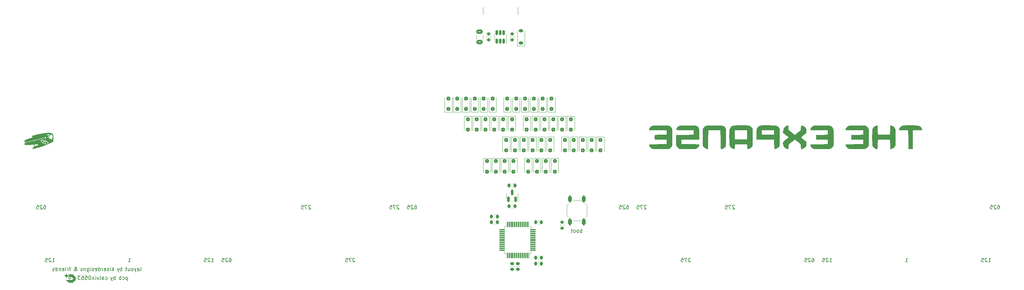
<source format=gbr>
%TF.GenerationSoftware,KiCad,Pcbnew,(7.0.0)*%
%TF.CreationDate,2024-02-03T20:42:43+01:00*%
%TF.ProjectId,the expanse,74686520-6578-4706-916e-73652e6b6963,rev?*%
%TF.SameCoordinates,Original*%
%TF.FileFunction,Legend,Bot*%
%TF.FilePolarity,Positive*%
%FSLAX46Y46*%
G04 Gerber Fmt 4.6, Leading zero omitted, Abs format (unit mm)*
G04 Created by KiCad (PCBNEW (7.0.0)) date 2024-02-03 20:42:43*
%MOMM*%
%LPD*%
G01*
G04 APERTURE LIST*
G04 Aperture macros list*
%AMRoundRect*
0 Rectangle with rounded corners*
0 $1 Rounding radius*
0 $2 $3 $4 $5 $6 $7 $8 $9 X,Y pos of 4 corners*
0 Add a 4 corners polygon primitive as box body*
4,1,4,$2,$3,$4,$5,$6,$7,$8,$9,$2,$3,0*
0 Add four circle primitives for the rounded corners*
1,1,$1+$1,$2,$3*
1,1,$1+$1,$4,$5*
1,1,$1+$1,$6,$7*
1,1,$1+$1,$8,$9*
0 Add four rect primitives between the rounded corners*
20,1,$1+$1,$2,$3,$4,$5,0*
20,1,$1+$1,$4,$5,$6,$7,0*
20,1,$1+$1,$6,$7,$8,$9,0*
20,1,$1+$1,$8,$9,$2,$3,0*%
G04 Aperture macros list end*
%ADD10C,0.150000*%
%ADD11C,0.120000*%
%ADD12C,1.750000*%
%ADD13C,3.987800*%
%ADD14C,2.300000*%
%ADD15C,4.000000*%
%ADD16RoundRect,0.250000X0.300000X-0.300000X0.300000X0.300000X-0.300000X0.300000X-0.300000X-0.300000X0*%
%ADD17RoundRect,0.250000X-0.300000X0.300000X-0.300000X-0.300000X0.300000X-0.300000X0.300000X0.300000X0*%
%ADD18RoundRect,0.225000X0.225000X0.250000X-0.225000X0.250000X-0.225000X-0.250000X0.225000X-0.250000X0*%
%ADD19C,0.650000*%
%ADD20R,0.600000X1.450000*%
%ADD21R,0.300000X1.450000*%
%ADD22O,1.000000X1.600000*%
%ADD23O,1.000000X2.100000*%
%ADD24RoundRect,0.150000X0.150000X-0.512500X0.150000X0.512500X-0.150000X0.512500X-0.150000X-0.512500X0*%
%ADD25RoundRect,0.200000X0.275000X-0.200000X0.275000X0.200000X-0.275000X0.200000X-0.275000X-0.200000X0*%
%ADD26RoundRect,0.225000X-0.250000X0.225000X-0.250000X-0.225000X0.250000X-0.225000X0.250000X0.225000X0*%
%ADD27RoundRect,0.250000X-0.625000X0.375000X-0.625000X-0.375000X0.625000X-0.375000X0.625000X0.375000X0*%
%ADD28RoundRect,0.225000X0.375000X-0.225000X0.375000X0.225000X-0.375000X0.225000X-0.375000X-0.225000X0*%
%ADD29RoundRect,0.200000X-0.275000X0.200000X-0.275000X-0.200000X0.275000X-0.200000X0.275000X0.200000X0*%
%ADD30RoundRect,0.275000X0.275000X-0.625000X0.275000X0.625000X-0.275000X0.625000X-0.275000X-0.625000X0*%
%ADD31RoundRect,0.225000X-0.225000X-0.250000X0.225000X-0.250000X0.225000X0.250000X-0.225000X0.250000X0*%
%ADD32RoundRect,0.075000X0.075000X-0.662500X0.075000X0.662500X-0.075000X0.662500X-0.075000X-0.662500X0*%
%ADD33RoundRect,0.075000X0.662500X-0.075000X0.662500X0.075000X-0.662500X0.075000X-0.662500X-0.075000X0*%
%ADD34RoundRect,0.150000X0.150000X-0.587500X0.150000X0.587500X-0.150000X0.587500X-0.150000X-0.587500X0*%
G04 APERTURE END LIST*
D10*
X188563094Y-70900119D02*
X188515475Y-70852500D01*
X188515475Y-70852500D02*
X188420237Y-70804880D01*
X188420237Y-70804880D02*
X188182142Y-70804880D01*
X188182142Y-70804880D02*
X188086904Y-70852500D01*
X188086904Y-70852500D02*
X188039285Y-70900119D01*
X188039285Y-70900119D02*
X187991666Y-70995357D01*
X187991666Y-70995357D02*
X187991666Y-71090595D01*
X187991666Y-71090595D02*
X188039285Y-71233452D01*
X188039285Y-71233452D02*
X188610713Y-71804880D01*
X188610713Y-71804880D02*
X187991666Y-71804880D01*
X187658332Y-70804880D02*
X186991666Y-70804880D01*
X186991666Y-70804880D02*
X187420237Y-71804880D01*
X186134523Y-70804880D02*
X186610713Y-70804880D01*
X186610713Y-70804880D02*
X186658332Y-71281071D01*
X186658332Y-71281071D02*
X186610713Y-71233452D01*
X186610713Y-71233452D02*
X186515475Y-71185833D01*
X186515475Y-71185833D02*
X186277380Y-71185833D01*
X186277380Y-71185833D02*
X186182142Y-71233452D01*
X186182142Y-71233452D02*
X186134523Y-71281071D01*
X186134523Y-71281071D02*
X186086904Y-71376309D01*
X186086904Y-71376309D02*
X186086904Y-71614404D01*
X186086904Y-71614404D02*
X186134523Y-71709642D01*
X186134523Y-71709642D02*
X186182142Y-71757261D01*
X186182142Y-71757261D02*
X186277380Y-71804880D01*
X186277380Y-71804880D02*
X186515475Y-71804880D01*
X186515475Y-71804880D02*
X186610713Y-71757261D01*
X186610713Y-71757261D02*
X186658332Y-71709642D01*
X126174404Y-70804880D02*
X126364880Y-70804880D01*
X126364880Y-70804880D02*
X126460118Y-70852500D01*
X126460118Y-70852500D02*
X126507737Y-70900119D01*
X126507737Y-70900119D02*
X126602975Y-71042976D01*
X126602975Y-71042976D02*
X126650594Y-71233452D01*
X126650594Y-71233452D02*
X126650594Y-71614404D01*
X126650594Y-71614404D02*
X126602975Y-71709642D01*
X126602975Y-71709642D02*
X126555356Y-71757261D01*
X126555356Y-71757261D02*
X126460118Y-71804880D01*
X126460118Y-71804880D02*
X126269642Y-71804880D01*
X126269642Y-71804880D02*
X126174404Y-71757261D01*
X126174404Y-71757261D02*
X126126785Y-71709642D01*
X126126785Y-71709642D02*
X126079166Y-71614404D01*
X126079166Y-71614404D02*
X126079166Y-71376309D01*
X126079166Y-71376309D02*
X126126785Y-71281071D01*
X126126785Y-71281071D02*
X126174404Y-71233452D01*
X126174404Y-71233452D02*
X126269642Y-71185833D01*
X126269642Y-71185833D02*
X126460118Y-71185833D01*
X126460118Y-71185833D02*
X126555356Y-71233452D01*
X126555356Y-71233452D02*
X126602975Y-71281071D01*
X126602975Y-71281071D02*
X126650594Y-71376309D01*
X125698213Y-70900119D02*
X125650594Y-70852500D01*
X125650594Y-70852500D02*
X125555356Y-70804880D01*
X125555356Y-70804880D02*
X125317261Y-70804880D01*
X125317261Y-70804880D02*
X125222023Y-70852500D01*
X125222023Y-70852500D02*
X125174404Y-70900119D01*
X125174404Y-70900119D02*
X125126785Y-70995357D01*
X125126785Y-70995357D02*
X125126785Y-71090595D01*
X125126785Y-71090595D02*
X125174404Y-71233452D01*
X125174404Y-71233452D02*
X125745832Y-71804880D01*
X125745832Y-71804880D02*
X125126785Y-71804880D01*
X124222023Y-70804880D02*
X124698213Y-70804880D01*
X124698213Y-70804880D02*
X124745832Y-71281071D01*
X124745832Y-71281071D02*
X124698213Y-71233452D01*
X124698213Y-71233452D02*
X124602975Y-71185833D01*
X124602975Y-71185833D02*
X124364880Y-71185833D01*
X124364880Y-71185833D02*
X124269642Y-71233452D01*
X124269642Y-71233452D02*
X124222023Y-71281071D01*
X124222023Y-71281071D02*
X124174404Y-71376309D01*
X124174404Y-71376309D02*
X124174404Y-71614404D01*
X124174404Y-71614404D02*
X124222023Y-71709642D01*
X124222023Y-71709642D02*
X124269642Y-71757261D01*
X124269642Y-71757261D02*
X124364880Y-71804880D01*
X124364880Y-71804880D02*
X124602975Y-71804880D01*
X124602975Y-71804880D02*
X124698213Y-71757261D01*
X124698213Y-71757261D02*
X124745832Y-71709642D01*
X76168154Y-85092380D02*
X76358630Y-85092380D01*
X76358630Y-85092380D02*
X76453868Y-85140000D01*
X76453868Y-85140000D02*
X76501487Y-85187619D01*
X76501487Y-85187619D02*
X76596725Y-85330476D01*
X76596725Y-85330476D02*
X76644344Y-85520952D01*
X76644344Y-85520952D02*
X76644344Y-85901904D01*
X76644344Y-85901904D02*
X76596725Y-85997142D01*
X76596725Y-85997142D02*
X76549106Y-86044761D01*
X76549106Y-86044761D02*
X76453868Y-86092380D01*
X76453868Y-86092380D02*
X76263392Y-86092380D01*
X76263392Y-86092380D02*
X76168154Y-86044761D01*
X76168154Y-86044761D02*
X76120535Y-85997142D01*
X76120535Y-85997142D02*
X76072916Y-85901904D01*
X76072916Y-85901904D02*
X76072916Y-85663809D01*
X76072916Y-85663809D02*
X76120535Y-85568571D01*
X76120535Y-85568571D02*
X76168154Y-85520952D01*
X76168154Y-85520952D02*
X76263392Y-85473333D01*
X76263392Y-85473333D02*
X76453868Y-85473333D01*
X76453868Y-85473333D02*
X76549106Y-85520952D01*
X76549106Y-85520952D02*
X76596725Y-85568571D01*
X76596725Y-85568571D02*
X76644344Y-85663809D01*
X75691963Y-85187619D02*
X75644344Y-85140000D01*
X75644344Y-85140000D02*
X75549106Y-85092380D01*
X75549106Y-85092380D02*
X75311011Y-85092380D01*
X75311011Y-85092380D02*
X75215773Y-85140000D01*
X75215773Y-85140000D02*
X75168154Y-85187619D01*
X75168154Y-85187619D02*
X75120535Y-85282857D01*
X75120535Y-85282857D02*
X75120535Y-85378095D01*
X75120535Y-85378095D02*
X75168154Y-85520952D01*
X75168154Y-85520952D02*
X75739582Y-86092380D01*
X75739582Y-86092380D02*
X75120535Y-86092380D01*
X74215773Y-85092380D02*
X74691963Y-85092380D01*
X74691963Y-85092380D02*
X74739582Y-85568571D01*
X74739582Y-85568571D02*
X74691963Y-85520952D01*
X74691963Y-85520952D02*
X74596725Y-85473333D01*
X74596725Y-85473333D02*
X74358630Y-85473333D01*
X74358630Y-85473333D02*
X74263392Y-85520952D01*
X74263392Y-85520952D02*
X74215773Y-85568571D01*
X74215773Y-85568571D02*
X74168154Y-85663809D01*
X74168154Y-85663809D02*
X74168154Y-85901904D01*
X74168154Y-85901904D02*
X74215773Y-85997142D01*
X74215773Y-85997142D02*
X74263392Y-86044761D01*
X74263392Y-86044761D02*
X74358630Y-86092380D01*
X74358630Y-86092380D02*
X74596725Y-86092380D01*
X74596725Y-86092380D02*
X74691963Y-86044761D01*
X74691963Y-86044761D02*
X74739582Y-85997142D01*
X283336904Y-70804880D02*
X283527380Y-70804880D01*
X283527380Y-70804880D02*
X283622618Y-70852500D01*
X283622618Y-70852500D02*
X283670237Y-70900119D01*
X283670237Y-70900119D02*
X283765475Y-71042976D01*
X283765475Y-71042976D02*
X283813094Y-71233452D01*
X283813094Y-71233452D02*
X283813094Y-71614404D01*
X283813094Y-71614404D02*
X283765475Y-71709642D01*
X283765475Y-71709642D02*
X283717856Y-71757261D01*
X283717856Y-71757261D02*
X283622618Y-71804880D01*
X283622618Y-71804880D02*
X283432142Y-71804880D01*
X283432142Y-71804880D02*
X283336904Y-71757261D01*
X283336904Y-71757261D02*
X283289285Y-71709642D01*
X283289285Y-71709642D02*
X283241666Y-71614404D01*
X283241666Y-71614404D02*
X283241666Y-71376309D01*
X283241666Y-71376309D02*
X283289285Y-71281071D01*
X283289285Y-71281071D02*
X283336904Y-71233452D01*
X283336904Y-71233452D02*
X283432142Y-71185833D01*
X283432142Y-71185833D02*
X283622618Y-71185833D01*
X283622618Y-71185833D02*
X283717856Y-71233452D01*
X283717856Y-71233452D02*
X283765475Y-71281071D01*
X283765475Y-71281071D02*
X283813094Y-71376309D01*
X282860713Y-70900119D02*
X282813094Y-70852500D01*
X282813094Y-70852500D02*
X282717856Y-70804880D01*
X282717856Y-70804880D02*
X282479761Y-70804880D01*
X282479761Y-70804880D02*
X282384523Y-70852500D01*
X282384523Y-70852500D02*
X282336904Y-70900119D01*
X282336904Y-70900119D02*
X282289285Y-70995357D01*
X282289285Y-70995357D02*
X282289285Y-71090595D01*
X282289285Y-71090595D02*
X282336904Y-71233452D01*
X282336904Y-71233452D02*
X282908332Y-71804880D01*
X282908332Y-71804880D02*
X282289285Y-71804880D01*
X281384523Y-70804880D02*
X281860713Y-70804880D01*
X281860713Y-70804880D02*
X281908332Y-71281071D01*
X281908332Y-71281071D02*
X281860713Y-71233452D01*
X281860713Y-71233452D02*
X281765475Y-71185833D01*
X281765475Y-71185833D02*
X281527380Y-71185833D01*
X281527380Y-71185833D02*
X281432142Y-71233452D01*
X281432142Y-71233452D02*
X281384523Y-71281071D01*
X281384523Y-71281071D02*
X281336904Y-71376309D01*
X281336904Y-71376309D02*
X281336904Y-71614404D01*
X281336904Y-71614404D02*
X281384523Y-71709642D01*
X281384523Y-71709642D02*
X281432142Y-71757261D01*
X281432142Y-71757261D02*
X281527380Y-71804880D01*
X281527380Y-71804880D02*
X281765475Y-71804880D01*
X281765475Y-71804880D02*
X281860713Y-71757261D01*
X281860713Y-71757261D02*
X281908332Y-71709642D01*
X48716369Y-90188214D02*
X48716369Y-91188214D01*
X48716369Y-90235833D02*
X48621131Y-90188214D01*
X48621131Y-90188214D02*
X48430655Y-90188214D01*
X48430655Y-90188214D02*
X48335417Y-90235833D01*
X48335417Y-90235833D02*
X48287798Y-90283452D01*
X48287798Y-90283452D02*
X48240179Y-90378690D01*
X48240179Y-90378690D02*
X48240179Y-90664404D01*
X48240179Y-90664404D02*
X48287798Y-90759642D01*
X48287798Y-90759642D02*
X48335417Y-90807261D01*
X48335417Y-90807261D02*
X48430655Y-90854880D01*
X48430655Y-90854880D02*
X48621131Y-90854880D01*
X48621131Y-90854880D02*
X48716369Y-90807261D01*
X47383036Y-90807261D02*
X47478274Y-90854880D01*
X47478274Y-90854880D02*
X47668750Y-90854880D01*
X47668750Y-90854880D02*
X47763988Y-90807261D01*
X47763988Y-90807261D02*
X47811607Y-90759642D01*
X47811607Y-90759642D02*
X47859226Y-90664404D01*
X47859226Y-90664404D02*
X47859226Y-90378690D01*
X47859226Y-90378690D02*
X47811607Y-90283452D01*
X47811607Y-90283452D02*
X47763988Y-90235833D01*
X47763988Y-90235833D02*
X47668750Y-90188214D01*
X47668750Y-90188214D02*
X47478274Y-90188214D01*
X47478274Y-90188214D02*
X47383036Y-90235833D01*
X46954464Y-90854880D02*
X46954464Y-89854880D01*
X46954464Y-90235833D02*
X46859226Y-90188214D01*
X46859226Y-90188214D02*
X46668750Y-90188214D01*
X46668750Y-90188214D02*
X46573512Y-90235833D01*
X46573512Y-90235833D02*
X46525893Y-90283452D01*
X46525893Y-90283452D02*
X46478274Y-90378690D01*
X46478274Y-90378690D02*
X46478274Y-90664404D01*
X46478274Y-90664404D02*
X46525893Y-90759642D01*
X46525893Y-90759642D02*
X46573512Y-90807261D01*
X46573512Y-90807261D02*
X46668750Y-90854880D01*
X46668750Y-90854880D02*
X46859226Y-90854880D01*
X46859226Y-90854880D02*
X46954464Y-90807261D01*
X45449702Y-90854880D02*
X45449702Y-89854880D01*
X45449702Y-90235833D02*
X45354464Y-90188214D01*
X45354464Y-90188214D02*
X45163988Y-90188214D01*
X45163988Y-90188214D02*
X45068750Y-90235833D01*
X45068750Y-90235833D02*
X45021131Y-90283452D01*
X45021131Y-90283452D02*
X44973512Y-90378690D01*
X44973512Y-90378690D02*
X44973512Y-90664404D01*
X44973512Y-90664404D02*
X45021131Y-90759642D01*
X45021131Y-90759642D02*
X45068750Y-90807261D01*
X45068750Y-90807261D02*
X45163988Y-90854880D01*
X45163988Y-90854880D02*
X45354464Y-90854880D01*
X45354464Y-90854880D02*
X45449702Y-90807261D01*
X44640178Y-90188214D02*
X44402083Y-90854880D01*
X44163988Y-90188214D02*
X44402083Y-90854880D01*
X44402083Y-90854880D02*
X44497321Y-91092976D01*
X44497321Y-91092976D02*
X44544940Y-91140595D01*
X44544940Y-91140595D02*
X44640178Y-91188214D01*
X42754464Y-90807261D02*
X42849702Y-90854880D01*
X42849702Y-90854880D02*
X43040178Y-90854880D01*
X43040178Y-90854880D02*
X43135416Y-90807261D01*
X43135416Y-90807261D02*
X43183035Y-90759642D01*
X43183035Y-90759642D02*
X43230654Y-90664404D01*
X43230654Y-90664404D02*
X43230654Y-90378690D01*
X43230654Y-90378690D02*
X43183035Y-90283452D01*
X43183035Y-90283452D02*
X43135416Y-90235833D01*
X43135416Y-90235833D02*
X43040178Y-90188214D01*
X43040178Y-90188214D02*
X42849702Y-90188214D01*
X42849702Y-90188214D02*
X42754464Y-90235833D01*
X41897321Y-90854880D02*
X41897321Y-90331071D01*
X41897321Y-90331071D02*
X41944940Y-90235833D01*
X41944940Y-90235833D02*
X42040178Y-90188214D01*
X42040178Y-90188214D02*
X42230654Y-90188214D01*
X42230654Y-90188214D02*
X42325892Y-90235833D01*
X41897321Y-90807261D02*
X41992559Y-90854880D01*
X41992559Y-90854880D02*
X42230654Y-90854880D01*
X42230654Y-90854880D02*
X42325892Y-90807261D01*
X42325892Y-90807261D02*
X42373511Y-90712023D01*
X42373511Y-90712023D02*
X42373511Y-90616785D01*
X42373511Y-90616785D02*
X42325892Y-90521547D01*
X42325892Y-90521547D02*
X42230654Y-90473928D01*
X42230654Y-90473928D02*
X41992559Y-90473928D01*
X41992559Y-90473928D02*
X41897321Y-90426309D01*
X41278273Y-90854880D02*
X41373511Y-90807261D01*
X41373511Y-90807261D02*
X41421130Y-90712023D01*
X41421130Y-90712023D02*
X41421130Y-89854880D01*
X40992558Y-90188214D02*
X40754463Y-90854880D01*
X40754463Y-90854880D02*
X40516368Y-90188214D01*
X40135415Y-90854880D02*
X40135415Y-90188214D01*
X40135415Y-89854880D02*
X40183034Y-89902500D01*
X40183034Y-89902500D02*
X40135415Y-89950119D01*
X40135415Y-89950119D02*
X40087796Y-89902500D01*
X40087796Y-89902500D02*
X40135415Y-89854880D01*
X40135415Y-89854880D02*
X40135415Y-89950119D01*
X39659225Y-90188214D02*
X39659225Y-90854880D01*
X39659225Y-90283452D02*
X39611606Y-90235833D01*
X39611606Y-90235833D02*
X39516368Y-90188214D01*
X39516368Y-90188214D02*
X39373511Y-90188214D01*
X39373511Y-90188214D02*
X39278273Y-90235833D01*
X39278273Y-90235833D02*
X39230654Y-90331071D01*
X39230654Y-90331071D02*
X39230654Y-90854880D01*
X38563987Y-89854880D02*
X38468749Y-89854880D01*
X38468749Y-89854880D02*
X38373511Y-89902500D01*
X38373511Y-89902500D02*
X38325892Y-89950119D01*
X38325892Y-89950119D02*
X38278273Y-90045357D01*
X38278273Y-90045357D02*
X38230654Y-90235833D01*
X38230654Y-90235833D02*
X38230654Y-90473928D01*
X38230654Y-90473928D02*
X38278273Y-90664404D01*
X38278273Y-90664404D02*
X38325892Y-90759642D01*
X38325892Y-90759642D02*
X38373511Y-90807261D01*
X38373511Y-90807261D02*
X38468749Y-90854880D01*
X38468749Y-90854880D02*
X38563987Y-90854880D01*
X38563987Y-90854880D02*
X38659225Y-90807261D01*
X38659225Y-90807261D02*
X38706844Y-90759642D01*
X38706844Y-90759642D02*
X38754463Y-90664404D01*
X38754463Y-90664404D02*
X38802082Y-90473928D01*
X38802082Y-90473928D02*
X38802082Y-90235833D01*
X38802082Y-90235833D02*
X38754463Y-90045357D01*
X38754463Y-90045357D02*
X38706844Y-89950119D01*
X38706844Y-89950119D02*
X38659225Y-89902500D01*
X38659225Y-89902500D02*
X38563987Y-89854880D01*
X37325892Y-89854880D02*
X37802082Y-89854880D01*
X37802082Y-89854880D02*
X37849701Y-90331071D01*
X37849701Y-90331071D02*
X37802082Y-90283452D01*
X37802082Y-90283452D02*
X37706844Y-90235833D01*
X37706844Y-90235833D02*
X37468749Y-90235833D01*
X37468749Y-90235833D02*
X37373511Y-90283452D01*
X37373511Y-90283452D02*
X37325892Y-90331071D01*
X37325892Y-90331071D02*
X37278273Y-90426309D01*
X37278273Y-90426309D02*
X37278273Y-90664404D01*
X37278273Y-90664404D02*
X37325892Y-90759642D01*
X37325892Y-90759642D02*
X37373511Y-90807261D01*
X37373511Y-90807261D02*
X37468749Y-90854880D01*
X37468749Y-90854880D02*
X37706844Y-90854880D01*
X37706844Y-90854880D02*
X37802082Y-90807261D01*
X37802082Y-90807261D02*
X37849701Y-90759642D01*
X36421130Y-89854880D02*
X36611606Y-89854880D01*
X36611606Y-89854880D02*
X36706844Y-89902500D01*
X36706844Y-89902500D02*
X36754463Y-89950119D01*
X36754463Y-89950119D02*
X36849701Y-90092976D01*
X36849701Y-90092976D02*
X36897320Y-90283452D01*
X36897320Y-90283452D02*
X36897320Y-90664404D01*
X36897320Y-90664404D02*
X36849701Y-90759642D01*
X36849701Y-90759642D02*
X36802082Y-90807261D01*
X36802082Y-90807261D02*
X36706844Y-90854880D01*
X36706844Y-90854880D02*
X36516368Y-90854880D01*
X36516368Y-90854880D02*
X36421130Y-90807261D01*
X36421130Y-90807261D02*
X36373511Y-90759642D01*
X36373511Y-90759642D02*
X36325892Y-90664404D01*
X36325892Y-90664404D02*
X36325892Y-90426309D01*
X36325892Y-90426309D02*
X36373511Y-90331071D01*
X36373511Y-90331071D02*
X36421130Y-90283452D01*
X36421130Y-90283452D02*
X36516368Y-90235833D01*
X36516368Y-90235833D02*
X36706844Y-90235833D01*
X36706844Y-90235833D02*
X36802082Y-90283452D01*
X36802082Y-90283452D02*
X36849701Y-90331071D01*
X36849701Y-90331071D02*
X36897320Y-90426309D01*
X35992558Y-89854880D02*
X35373511Y-89854880D01*
X35373511Y-89854880D02*
X35706844Y-90235833D01*
X35706844Y-90235833D02*
X35563987Y-90235833D01*
X35563987Y-90235833D02*
X35468749Y-90283452D01*
X35468749Y-90283452D02*
X35421130Y-90331071D01*
X35421130Y-90331071D02*
X35373511Y-90426309D01*
X35373511Y-90426309D02*
X35373511Y-90664404D01*
X35373511Y-90664404D02*
X35421130Y-90759642D01*
X35421130Y-90759642D02*
X35468749Y-90807261D01*
X35468749Y-90807261D02*
X35563987Y-90854880D01*
X35563987Y-90854880D02*
X35849701Y-90854880D01*
X35849701Y-90854880D02*
X35944939Y-90807261D01*
X35944939Y-90807261D02*
X35992558Y-90759642D01*
X183324404Y-70804880D02*
X183514880Y-70804880D01*
X183514880Y-70804880D02*
X183610118Y-70852500D01*
X183610118Y-70852500D02*
X183657737Y-70900119D01*
X183657737Y-70900119D02*
X183752975Y-71042976D01*
X183752975Y-71042976D02*
X183800594Y-71233452D01*
X183800594Y-71233452D02*
X183800594Y-71614404D01*
X183800594Y-71614404D02*
X183752975Y-71709642D01*
X183752975Y-71709642D02*
X183705356Y-71757261D01*
X183705356Y-71757261D02*
X183610118Y-71804880D01*
X183610118Y-71804880D02*
X183419642Y-71804880D01*
X183419642Y-71804880D02*
X183324404Y-71757261D01*
X183324404Y-71757261D02*
X183276785Y-71709642D01*
X183276785Y-71709642D02*
X183229166Y-71614404D01*
X183229166Y-71614404D02*
X183229166Y-71376309D01*
X183229166Y-71376309D02*
X183276785Y-71281071D01*
X183276785Y-71281071D02*
X183324404Y-71233452D01*
X183324404Y-71233452D02*
X183419642Y-71185833D01*
X183419642Y-71185833D02*
X183610118Y-71185833D01*
X183610118Y-71185833D02*
X183705356Y-71233452D01*
X183705356Y-71233452D02*
X183752975Y-71281071D01*
X183752975Y-71281071D02*
X183800594Y-71376309D01*
X182848213Y-70900119D02*
X182800594Y-70852500D01*
X182800594Y-70852500D02*
X182705356Y-70804880D01*
X182705356Y-70804880D02*
X182467261Y-70804880D01*
X182467261Y-70804880D02*
X182372023Y-70852500D01*
X182372023Y-70852500D02*
X182324404Y-70900119D01*
X182324404Y-70900119D02*
X182276785Y-70995357D01*
X182276785Y-70995357D02*
X182276785Y-71090595D01*
X182276785Y-71090595D02*
X182324404Y-71233452D01*
X182324404Y-71233452D02*
X182895832Y-71804880D01*
X182895832Y-71804880D02*
X182276785Y-71804880D01*
X181372023Y-70804880D02*
X181848213Y-70804880D01*
X181848213Y-70804880D02*
X181895832Y-71281071D01*
X181895832Y-71281071D02*
X181848213Y-71233452D01*
X181848213Y-71233452D02*
X181752975Y-71185833D01*
X181752975Y-71185833D02*
X181514880Y-71185833D01*
X181514880Y-71185833D02*
X181419642Y-71233452D01*
X181419642Y-71233452D02*
X181372023Y-71281071D01*
X181372023Y-71281071D02*
X181324404Y-71376309D01*
X181324404Y-71376309D02*
X181324404Y-71614404D01*
X181324404Y-71614404D02*
X181372023Y-71709642D01*
X181372023Y-71709642D02*
X181419642Y-71757261D01*
X181419642Y-71757261D02*
X181514880Y-71804880D01*
X181514880Y-71804880D02*
X181752975Y-71804880D01*
X181752975Y-71804880D02*
X181848213Y-71757261D01*
X181848213Y-71757261D02*
X181895832Y-71709642D01*
X28447916Y-86092380D02*
X29019344Y-86092380D01*
X28733630Y-86092380D02*
X28733630Y-85092380D01*
X28733630Y-85092380D02*
X28828868Y-85235238D01*
X28828868Y-85235238D02*
X28924106Y-85330476D01*
X28924106Y-85330476D02*
X29019344Y-85378095D01*
X28066963Y-85187619D02*
X28019344Y-85140000D01*
X28019344Y-85140000D02*
X27924106Y-85092380D01*
X27924106Y-85092380D02*
X27686011Y-85092380D01*
X27686011Y-85092380D02*
X27590773Y-85140000D01*
X27590773Y-85140000D02*
X27543154Y-85187619D01*
X27543154Y-85187619D02*
X27495535Y-85282857D01*
X27495535Y-85282857D02*
X27495535Y-85378095D01*
X27495535Y-85378095D02*
X27543154Y-85520952D01*
X27543154Y-85520952D02*
X28114582Y-86092380D01*
X28114582Y-86092380D02*
X27495535Y-86092380D01*
X26590773Y-85092380D02*
X27066963Y-85092380D01*
X27066963Y-85092380D02*
X27114582Y-85568571D01*
X27114582Y-85568571D02*
X27066963Y-85520952D01*
X27066963Y-85520952D02*
X26971725Y-85473333D01*
X26971725Y-85473333D02*
X26733630Y-85473333D01*
X26733630Y-85473333D02*
X26638392Y-85520952D01*
X26638392Y-85520952D02*
X26590773Y-85568571D01*
X26590773Y-85568571D02*
X26543154Y-85663809D01*
X26543154Y-85663809D02*
X26543154Y-85901904D01*
X26543154Y-85901904D02*
X26590773Y-85997142D01*
X26590773Y-85997142D02*
X26638392Y-86044761D01*
X26638392Y-86044761D02*
X26733630Y-86092380D01*
X26733630Y-86092380D02*
X26971725Y-86092380D01*
X26971725Y-86092380D02*
X27066963Y-86044761D01*
X27066963Y-86044761D02*
X27114582Y-85997142D01*
X52228870Y-88473630D02*
X52324108Y-88426011D01*
X52324108Y-88426011D02*
X52371727Y-88330773D01*
X52371727Y-88330773D02*
X52371727Y-87473630D01*
X51419346Y-88473630D02*
X51419346Y-87949821D01*
X51419346Y-87949821D02*
X51466965Y-87854583D01*
X51466965Y-87854583D02*
X51562203Y-87806964D01*
X51562203Y-87806964D02*
X51752679Y-87806964D01*
X51752679Y-87806964D02*
X51847917Y-87854583D01*
X51419346Y-88426011D02*
X51514584Y-88473630D01*
X51514584Y-88473630D02*
X51752679Y-88473630D01*
X51752679Y-88473630D02*
X51847917Y-88426011D01*
X51847917Y-88426011D02*
X51895536Y-88330773D01*
X51895536Y-88330773D02*
X51895536Y-88235535D01*
X51895536Y-88235535D02*
X51847917Y-88140297D01*
X51847917Y-88140297D02*
X51752679Y-88092678D01*
X51752679Y-88092678D02*
X51514584Y-88092678D01*
X51514584Y-88092678D02*
X51419346Y-88045059D01*
X51038393Y-87806964D02*
X50800298Y-88473630D01*
X50562203Y-87806964D02*
X50800298Y-88473630D01*
X50800298Y-88473630D02*
X50895536Y-88711726D01*
X50895536Y-88711726D02*
X50943155Y-88759345D01*
X50943155Y-88759345D02*
X51038393Y-88806964D01*
X50038393Y-88473630D02*
X50133631Y-88426011D01*
X50133631Y-88426011D02*
X50181250Y-88378392D01*
X50181250Y-88378392D02*
X50228869Y-88283154D01*
X50228869Y-88283154D02*
X50228869Y-87997440D01*
X50228869Y-87997440D02*
X50181250Y-87902202D01*
X50181250Y-87902202D02*
X50133631Y-87854583D01*
X50133631Y-87854583D02*
X50038393Y-87806964D01*
X50038393Y-87806964D02*
X49895536Y-87806964D01*
X49895536Y-87806964D02*
X49800298Y-87854583D01*
X49800298Y-87854583D02*
X49752679Y-87902202D01*
X49752679Y-87902202D02*
X49705060Y-87997440D01*
X49705060Y-87997440D02*
X49705060Y-88283154D01*
X49705060Y-88283154D02*
X49752679Y-88378392D01*
X49752679Y-88378392D02*
X49800298Y-88426011D01*
X49800298Y-88426011D02*
X49895536Y-88473630D01*
X49895536Y-88473630D02*
X50038393Y-88473630D01*
X48847917Y-87806964D02*
X48847917Y-88473630D01*
X49276488Y-87806964D02*
X49276488Y-88330773D01*
X49276488Y-88330773D02*
X49228869Y-88426011D01*
X49228869Y-88426011D02*
X49133631Y-88473630D01*
X49133631Y-88473630D02*
X48990774Y-88473630D01*
X48990774Y-88473630D02*
X48895536Y-88426011D01*
X48895536Y-88426011D02*
X48847917Y-88378392D01*
X48514583Y-87806964D02*
X48133631Y-87806964D01*
X48371726Y-87473630D02*
X48371726Y-88330773D01*
X48371726Y-88330773D02*
X48324107Y-88426011D01*
X48324107Y-88426011D02*
X48228869Y-88473630D01*
X48228869Y-88473630D02*
X48133631Y-88473630D01*
X47200297Y-88473630D02*
X47200297Y-87473630D01*
X47200297Y-87854583D02*
X47105059Y-87806964D01*
X47105059Y-87806964D02*
X46914583Y-87806964D01*
X46914583Y-87806964D02*
X46819345Y-87854583D01*
X46819345Y-87854583D02*
X46771726Y-87902202D01*
X46771726Y-87902202D02*
X46724107Y-87997440D01*
X46724107Y-87997440D02*
X46724107Y-88283154D01*
X46724107Y-88283154D02*
X46771726Y-88378392D01*
X46771726Y-88378392D02*
X46819345Y-88426011D01*
X46819345Y-88426011D02*
X46914583Y-88473630D01*
X46914583Y-88473630D02*
X47105059Y-88473630D01*
X47105059Y-88473630D02*
X47200297Y-88426011D01*
X46390773Y-87806964D02*
X46152678Y-88473630D01*
X45914583Y-87806964D02*
X46152678Y-88473630D01*
X46152678Y-88473630D02*
X46247916Y-88711726D01*
X46247916Y-88711726D02*
X46295535Y-88759345D01*
X46295535Y-88759345D02*
X46390773Y-88806964D01*
X44933630Y-88473630D02*
X44933630Y-87473630D01*
X44838392Y-88092678D02*
X44552678Y-88473630D01*
X44552678Y-87806964D02*
X44933630Y-88187916D01*
X44124106Y-88473630D02*
X44124106Y-87806964D01*
X44124106Y-87473630D02*
X44171725Y-87521250D01*
X44171725Y-87521250D02*
X44124106Y-87568869D01*
X44124106Y-87568869D02*
X44076487Y-87521250D01*
X44076487Y-87521250D02*
X44124106Y-87473630D01*
X44124106Y-87473630D02*
X44124106Y-87568869D01*
X43695535Y-88426011D02*
X43600297Y-88473630D01*
X43600297Y-88473630D02*
X43409821Y-88473630D01*
X43409821Y-88473630D02*
X43314583Y-88426011D01*
X43314583Y-88426011D02*
X43266964Y-88330773D01*
X43266964Y-88330773D02*
X43266964Y-88283154D01*
X43266964Y-88283154D02*
X43314583Y-88187916D01*
X43314583Y-88187916D02*
X43409821Y-88140297D01*
X43409821Y-88140297D02*
X43552678Y-88140297D01*
X43552678Y-88140297D02*
X43647916Y-88092678D01*
X43647916Y-88092678D02*
X43695535Y-87997440D01*
X43695535Y-87997440D02*
X43695535Y-87949821D01*
X43695535Y-87949821D02*
X43647916Y-87854583D01*
X43647916Y-87854583D02*
X43552678Y-87806964D01*
X43552678Y-87806964D02*
X43409821Y-87806964D01*
X43409821Y-87806964D02*
X43314583Y-87854583D01*
X42457440Y-88426011D02*
X42552678Y-88473630D01*
X42552678Y-88473630D02*
X42743154Y-88473630D01*
X42743154Y-88473630D02*
X42838392Y-88426011D01*
X42838392Y-88426011D02*
X42886011Y-88330773D01*
X42886011Y-88330773D02*
X42886011Y-87949821D01*
X42886011Y-87949821D02*
X42838392Y-87854583D01*
X42838392Y-87854583D02*
X42743154Y-87806964D01*
X42743154Y-87806964D02*
X42552678Y-87806964D01*
X42552678Y-87806964D02*
X42457440Y-87854583D01*
X42457440Y-87854583D02*
X42409821Y-87949821D01*
X42409821Y-87949821D02*
X42409821Y-88045059D01*
X42409821Y-88045059D02*
X42886011Y-88140297D01*
X41981249Y-88473630D02*
X41981249Y-87806964D01*
X41981249Y-87997440D02*
X41933630Y-87902202D01*
X41933630Y-87902202D02*
X41886011Y-87854583D01*
X41886011Y-87854583D02*
X41790773Y-87806964D01*
X41790773Y-87806964D02*
X41695535Y-87806964D01*
X40933630Y-88473630D02*
X40933630Y-87473630D01*
X40933630Y-88426011D02*
X41028868Y-88473630D01*
X41028868Y-88473630D02*
X41219344Y-88473630D01*
X41219344Y-88473630D02*
X41314582Y-88426011D01*
X41314582Y-88426011D02*
X41362201Y-88378392D01*
X41362201Y-88378392D02*
X41409820Y-88283154D01*
X41409820Y-88283154D02*
X41409820Y-87997440D01*
X41409820Y-87997440D02*
X41362201Y-87902202D01*
X41362201Y-87902202D02*
X41314582Y-87854583D01*
X41314582Y-87854583D02*
X41219344Y-87806964D01*
X41219344Y-87806964D02*
X41028868Y-87806964D01*
X41028868Y-87806964D02*
X40933630Y-87854583D01*
X40076487Y-88426011D02*
X40171725Y-88473630D01*
X40171725Y-88473630D02*
X40362201Y-88473630D01*
X40362201Y-88473630D02*
X40457439Y-88426011D01*
X40457439Y-88426011D02*
X40505058Y-88330773D01*
X40505058Y-88330773D02*
X40505058Y-87949821D01*
X40505058Y-87949821D02*
X40457439Y-87854583D01*
X40457439Y-87854583D02*
X40362201Y-87806964D01*
X40362201Y-87806964D02*
X40171725Y-87806964D01*
X40171725Y-87806964D02*
X40076487Y-87854583D01*
X40076487Y-87854583D02*
X40028868Y-87949821D01*
X40028868Y-87949821D02*
X40028868Y-88045059D01*
X40028868Y-88045059D02*
X40505058Y-88140297D01*
X39647915Y-88426011D02*
X39552677Y-88473630D01*
X39552677Y-88473630D02*
X39362201Y-88473630D01*
X39362201Y-88473630D02*
X39266963Y-88426011D01*
X39266963Y-88426011D02*
X39219344Y-88330773D01*
X39219344Y-88330773D02*
X39219344Y-88283154D01*
X39219344Y-88283154D02*
X39266963Y-88187916D01*
X39266963Y-88187916D02*
X39362201Y-88140297D01*
X39362201Y-88140297D02*
X39505058Y-88140297D01*
X39505058Y-88140297D02*
X39600296Y-88092678D01*
X39600296Y-88092678D02*
X39647915Y-87997440D01*
X39647915Y-87997440D02*
X39647915Y-87949821D01*
X39647915Y-87949821D02*
X39600296Y-87854583D01*
X39600296Y-87854583D02*
X39505058Y-87806964D01*
X39505058Y-87806964D02*
X39362201Y-87806964D01*
X39362201Y-87806964D02*
X39266963Y-87854583D01*
X38790772Y-88473630D02*
X38790772Y-87806964D01*
X38790772Y-87473630D02*
X38838391Y-87521250D01*
X38838391Y-87521250D02*
X38790772Y-87568869D01*
X38790772Y-87568869D02*
X38743153Y-87521250D01*
X38743153Y-87521250D02*
X38790772Y-87473630D01*
X38790772Y-87473630D02*
X38790772Y-87568869D01*
X37886011Y-87806964D02*
X37886011Y-88616488D01*
X37886011Y-88616488D02*
X37933630Y-88711726D01*
X37933630Y-88711726D02*
X37981249Y-88759345D01*
X37981249Y-88759345D02*
X38076487Y-88806964D01*
X38076487Y-88806964D02*
X38219344Y-88806964D01*
X38219344Y-88806964D02*
X38314582Y-88759345D01*
X37886011Y-88426011D02*
X37981249Y-88473630D01*
X37981249Y-88473630D02*
X38171725Y-88473630D01*
X38171725Y-88473630D02*
X38266963Y-88426011D01*
X38266963Y-88426011D02*
X38314582Y-88378392D01*
X38314582Y-88378392D02*
X38362201Y-88283154D01*
X38362201Y-88283154D02*
X38362201Y-87997440D01*
X38362201Y-87997440D02*
X38314582Y-87902202D01*
X38314582Y-87902202D02*
X38266963Y-87854583D01*
X38266963Y-87854583D02*
X38171725Y-87806964D01*
X38171725Y-87806964D02*
X37981249Y-87806964D01*
X37981249Y-87806964D02*
X37886011Y-87854583D01*
X37409820Y-87806964D02*
X37409820Y-88473630D01*
X37409820Y-87902202D02*
X37362201Y-87854583D01*
X37362201Y-87854583D02*
X37266963Y-87806964D01*
X37266963Y-87806964D02*
X37124106Y-87806964D01*
X37124106Y-87806964D02*
X37028868Y-87854583D01*
X37028868Y-87854583D02*
X36981249Y-87949821D01*
X36981249Y-87949821D02*
X36981249Y-88473630D01*
X36552677Y-88426011D02*
X36457439Y-88473630D01*
X36457439Y-88473630D02*
X36266963Y-88473630D01*
X36266963Y-88473630D02*
X36171725Y-88426011D01*
X36171725Y-88426011D02*
X36124106Y-88330773D01*
X36124106Y-88330773D02*
X36124106Y-88283154D01*
X36124106Y-88283154D02*
X36171725Y-88187916D01*
X36171725Y-88187916D02*
X36266963Y-88140297D01*
X36266963Y-88140297D02*
X36409820Y-88140297D01*
X36409820Y-88140297D02*
X36505058Y-88092678D01*
X36505058Y-88092678D02*
X36552677Y-87997440D01*
X36552677Y-87997440D02*
X36552677Y-87949821D01*
X36552677Y-87949821D02*
X36505058Y-87854583D01*
X36505058Y-87854583D02*
X36409820Y-87806964D01*
X36409820Y-87806964D02*
X36266963Y-87806964D01*
X36266963Y-87806964D02*
X36171725Y-87854583D01*
X34286010Y-88473630D02*
X34333630Y-88473630D01*
X34333630Y-88473630D02*
X34428868Y-88426011D01*
X34428868Y-88426011D02*
X34571725Y-88283154D01*
X34571725Y-88283154D02*
X34809820Y-87997440D01*
X34809820Y-87997440D02*
X34905058Y-87854583D01*
X34905058Y-87854583D02*
X34952677Y-87711726D01*
X34952677Y-87711726D02*
X34952677Y-87616488D01*
X34952677Y-87616488D02*
X34905058Y-87521250D01*
X34905058Y-87521250D02*
X34809820Y-87473630D01*
X34809820Y-87473630D02*
X34762201Y-87473630D01*
X34762201Y-87473630D02*
X34666963Y-87521250D01*
X34666963Y-87521250D02*
X34619344Y-87616488D01*
X34619344Y-87616488D02*
X34619344Y-87664107D01*
X34619344Y-87664107D02*
X34666963Y-87759345D01*
X34666963Y-87759345D02*
X34714582Y-87806964D01*
X34714582Y-87806964D02*
X35000296Y-87997440D01*
X35000296Y-87997440D02*
X35047915Y-88045059D01*
X35047915Y-88045059D02*
X35095534Y-88140297D01*
X35095534Y-88140297D02*
X35095534Y-88283154D01*
X35095534Y-88283154D02*
X35047915Y-88378392D01*
X35047915Y-88378392D02*
X35000296Y-88426011D01*
X35000296Y-88426011D02*
X34905058Y-88473630D01*
X34905058Y-88473630D02*
X34762201Y-88473630D01*
X34762201Y-88473630D02*
X34666963Y-88426011D01*
X34666963Y-88426011D02*
X34619344Y-88378392D01*
X34619344Y-88378392D02*
X34476487Y-88187916D01*
X34476487Y-88187916D02*
X34428868Y-88045059D01*
X34428868Y-88045059D02*
X34428868Y-87949821D01*
X33400296Y-87806964D02*
X33019344Y-87806964D01*
X33257439Y-88473630D02*
X33257439Y-87616488D01*
X33257439Y-87616488D02*
X33209820Y-87521250D01*
X33209820Y-87521250D02*
X33114582Y-87473630D01*
X33114582Y-87473630D02*
X33019344Y-87473630D01*
X32686010Y-88473630D02*
X32686010Y-87806964D01*
X32686010Y-87997440D02*
X32638391Y-87902202D01*
X32638391Y-87902202D02*
X32590772Y-87854583D01*
X32590772Y-87854583D02*
X32495534Y-87806964D01*
X32495534Y-87806964D02*
X32400296Y-87806964D01*
X32066962Y-88473630D02*
X32066962Y-87806964D01*
X32066962Y-87473630D02*
X32114581Y-87521250D01*
X32114581Y-87521250D02*
X32066962Y-87568869D01*
X32066962Y-87568869D02*
X32019343Y-87521250D01*
X32019343Y-87521250D02*
X32066962Y-87473630D01*
X32066962Y-87473630D02*
X32066962Y-87568869D01*
X31209820Y-88426011D02*
X31305058Y-88473630D01*
X31305058Y-88473630D02*
X31495534Y-88473630D01*
X31495534Y-88473630D02*
X31590772Y-88426011D01*
X31590772Y-88426011D02*
X31638391Y-88330773D01*
X31638391Y-88330773D02*
X31638391Y-87949821D01*
X31638391Y-87949821D02*
X31590772Y-87854583D01*
X31590772Y-87854583D02*
X31495534Y-87806964D01*
X31495534Y-87806964D02*
X31305058Y-87806964D01*
X31305058Y-87806964D02*
X31209820Y-87854583D01*
X31209820Y-87854583D02*
X31162201Y-87949821D01*
X31162201Y-87949821D02*
X31162201Y-88045059D01*
X31162201Y-88045059D02*
X31638391Y-88140297D01*
X30733629Y-87806964D02*
X30733629Y-88473630D01*
X30733629Y-87902202D02*
X30686010Y-87854583D01*
X30686010Y-87854583D02*
X30590772Y-87806964D01*
X30590772Y-87806964D02*
X30447915Y-87806964D01*
X30447915Y-87806964D02*
X30352677Y-87854583D01*
X30352677Y-87854583D02*
X30305058Y-87949821D01*
X30305058Y-87949821D02*
X30305058Y-88473630D01*
X29400296Y-88473630D02*
X29400296Y-87473630D01*
X29400296Y-88426011D02*
X29495534Y-88473630D01*
X29495534Y-88473630D02*
X29686010Y-88473630D01*
X29686010Y-88473630D02*
X29781248Y-88426011D01*
X29781248Y-88426011D02*
X29828867Y-88378392D01*
X29828867Y-88378392D02*
X29876486Y-88283154D01*
X29876486Y-88283154D02*
X29876486Y-87997440D01*
X29876486Y-87997440D02*
X29828867Y-87902202D01*
X29828867Y-87902202D02*
X29781248Y-87854583D01*
X29781248Y-87854583D02*
X29686010Y-87806964D01*
X29686010Y-87806964D02*
X29495534Y-87806964D01*
X29495534Y-87806964D02*
X29400296Y-87854583D01*
X28971724Y-88426011D02*
X28876486Y-88473630D01*
X28876486Y-88473630D02*
X28686010Y-88473630D01*
X28686010Y-88473630D02*
X28590772Y-88426011D01*
X28590772Y-88426011D02*
X28543153Y-88330773D01*
X28543153Y-88330773D02*
X28543153Y-88283154D01*
X28543153Y-88283154D02*
X28590772Y-88187916D01*
X28590772Y-88187916D02*
X28686010Y-88140297D01*
X28686010Y-88140297D02*
X28828867Y-88140297D01*
X28828867Y-88140297D02*
X28924105Y-88092678D01*
X28924105Y-88092678D02*
X28971724Y-87997440D01*
X28971724Y-87997440D02*
X28971724Y-87949821D01*
X28971724Y-87949821D02*
X28924105Y-87854583D01*
X28924105Y-87854583D02*
X28828867Y-87806964D01*
X28828867Y-87806964D02*
X28686010Y-87806964D01*
X28686010Y-87806964D02*
X28590772Y-87854583D01*
X280860416Y-86092380D02*
X281431844Y-86092380D01*
X281146130Y-86092380D02*
X281146130Y-85092380D01*
X281146130Y-85092380D02*
X281241368Y-85235238D01*
X281241368Y-85235238D02*
X281336606Y-85330476D01*
X281336606Y-85330476D02*
X281431844Y-85378095D01*
X280479463Y-85187619D02*
X280431844Y-85140000D01*
X280431844Y-85140000D02*
X280336606Y-85092380D01*
X280336606Y-85092380D02*
X280098511Y-85092380D01*
X280098511Y-85092380D02*
X280003273Y-85140000D01*
X280003273Y-85140000D02*
X279955654Y-85187619D01*
X279955654Y-85187619D02*
X279908035Y-85282857D01*
X279908035Y-85282857D02*
X279908035Y-85378095D01*
X279908035Y-85378095D02*
X279955654Y-85520952D01*
X279955654Y-85520952D02*
X280527082Y-86092380D01*
X280527082Y-86092380D02*
X279908035Y-86092380D01*
X279003273Y-85092380D02*
X279479463Y-85092380D01*
X279479463Y-85092380D02*
X279527082Y-85568571D01*
X279527082Y-85568571D02*
X279479463Y-85520952D01*
X279479463Y-85520952D02*
X279384225Y-85473333D01*
X279384225Y-85473333D02*
X279146130Y-85473333D01*
X279146130Y-85473333D02*
X279050892Y-85520952D01*
X279050892Y-85520952D02*
X279003273Y-85568571D01*
X279003273Y-85568571D02*
X278955654Y-85663809D01*
X278955654Y-85663809D02*
X278955654Y-85901904D01*
X278955654Y-85901904D02*
X279003273Y-85997142D01*
X279003273Y-85997142D02*
X279050892Y-86044761D01*
X279050892Y-86044761D02*
X279146130Y-86092380D01*
X279146130Y-86092380D02*
X279384225Y-86092380D01*
X279384225Y-86092380D02*
X279479463Y-86044761D01*
X279479463Y-86044761D02*
X279527082Y-85997142D01*
X71310416Y-86092380D02*
X71881844Y-86092380D01*
X71596130Y-86092380D02*
X71596130Y-85092380D01*
X71596130Y-85092380D02*
X71691368Y-85235238D01*
X71691368Y-85235238D02*
X71786606Y-85330476D01*
X71786606Y-85330476D02*
X71881844Y-85378095D01*
X70929463Y-85187619D02*
X70881844Y-85140000D01*
X70881844Y-85140000D02*
X70786606Y-85092380D01*
X70786606Y-85092380D02*
X70548511Y-85092380D01*
X70548511Y-85092380D02*
X70453273Y-85140000D01*
X70453273Y-85140000D02*
X70405654Y-85187619D01*
X70405654Y-85187619D02*
X70358035Y-85282857D01*
X70358035Y-85282857D02*
X70358035Y-85378095D01*
X70358035Y-85378095D02*
X70405654Y-85520952D01*
X70405654Y-85520952D02*
X70977082Y-86092380D01*
X70977082Y-86092380D02*
X70358035Y-86092380D01*
X69453273Y-85092380D02*
X69929463Y-85092380D01*
X69929463Y-85092380D02*
X69977082Y-85568571D01*
X69977082Y-85568571D02*
X69929463Y-85520952D01*
X69929463Y-85520952D02*
X69834225Y-85473333D01*
X69834225Y-85473333D02*
X69596130Y-85473333D01*
X69596130Y-85473333D02*
X69500892Y-85520952D01*
X69500892Y-85520952D02*
X69453273Y-85568571D01*
X69453273Y-85568571D02*
X69405654Y-85663809D01*
X69405654Y-85663809D02*
X69405654Y-85901904D01*
X69405654Y-85901904D02*
X69453273Y-85997142D01*
X69453273Y-85997142D02*
X69500892Y-86044761D01*
X69500892Y-86044761D02*
X69596130Y-86092380D01*
X69596130Y-86092380D02*
X69834225Y-86092380D01*
X69834225Y-86092380D02*
X69929463Y-86044761D01*
X69929463Y-86044761D02*
X69977082Y-85997142D01*
X212375594Y-70900119D02*
X212327975Y-70852500D01*
X212327975Y-70852500D02*
X212232737Y-70804880D01*
X212232737Y-70804880D02*
X211994642Y-70804880D01*
X211994642Y-70804880D02*
X211899404Y-70852500D01*
X211899404Y-70852500D02*
X211851785Y-70900119D01*
X211851785Y-70900119D02*
X211804166Y-70995357D01*
X211804166Y-70995357D02*
X211804166Y-71090595D01*
X211804166Y-71090595D02*
X211851785Y-71233452D01*
X211851785Y-71233452D02*
X212423213Y-71804880D01*
X212423213Y-71804880D02*
X211804166Y-71804880D01*
X211470832Y-70804880D02*
X210804166Y-70804880D01*
X210804166Y-70804880D02*
X211232737Y-71804880D01*
X209947023Y-70804880D02*
X210423213Y-70804880D01*
X210423213Y-70804880D02*
X210470832Y-71281071D01*
X210470832Y-71281071D02*
X210423213Y-71233452D01*
X210423213Y-71233452D02*
X210327975Y-71185833D01*
X210327975Y-71185833D02*
X210089880Y-71185833D01*
X210089880Y-71185833D02*
X209994642Y-71233452D01*
X209994642Y-71233452D02*
X209947023Y-71281071D01*
X209947023Y-71281071D02*
X209899404Y-71376309D01*
X209899404Y-71376309D02*
X209899404Y-71614404D01*
X209899404Y-71614404D02*
X209947023Y-71709642D01*
X209947023Y-71709642D02*
X209994642Y-71757261D01*
X209994642Y-71757261D02*
X210089880Y-71804880D01*
X210089880Y-71804880D02*
X210327975Y-71804880D01*
X210327975Y-71804880D02*
X210423213Y-71757261D01*
X210423213Y-71757261D02*
X210470832Y-71709642D01*
X121888094Y-70900119D02*
X121840475Y-70852500D01*
X121840475Y-70852500D02*
X121745237Y-70804880D01*
X121745237Y-70804880D02*
X121507142Y-70804880D01*
X121507142Y-70804880D02*
X121411904Y-70852500D01*
X121411904Y-70852500D02*
X121364285Y-70900119D01*
X121364285Y-70900119D02*
X121316666Y-70995357D01*
X121316666Y-70995357D02*
X121316666Y-71090595D01*
X121316666Y-71090595D02*
X121364285Y-71233452D01*
X121364285Y-71233452D02*
X121935713Y-71804880D01*
X121935713Y-71804880D02*
X121316666Y-71804880D01*
X120983332Y-70804880D02*
X120316666Y-70804880D01*
X120316666Y-70804880D02*
X120745237Y-71804880D01*
X119459523Y-70804880D02*
X119935713Y-70804880D01*
X119935713Y-70804880D02*
X119983332Y-71281071D01*
X119983332Y-71281071D02*
X119935713Y-71233452D01*
X119935713Y-71233452D02*
X119840475Y-71185833D01*
X119840475Y-71185833D02*
X119602380Y-71185833D01*
X119602380Y-71185833D02*
X119507142Y-71233452D01*
X119507142Y-71233452D02*
X119459523Y-71281071D01*
X119459523Y-71281071D02*
X119411904Y-71376309D01*
X119411904Y-71376309D02*
X119411904Y-71614404D01*
X119411904Y-71614404D02*
X119459523Y-71709642D01*
X119459523Y-71709642D02*
X119507142Y-71757261D01*
X119507142Y-71757261D02*
X119602380Y-71804880D01*
X119602380Y-71804880D02*
X119840475Y-71804880D01*
X119840475Y-71804880D02*
X119935713Y-71757261D01*
X119935713Y-71757261D02*
X119983332Y-71709642D01*
X237997916Y-86092380D02*
X238569344Y-86092380D01*
X238283630Y-86092380D02*
X238283630Y-85092380D01*
X238283630Y-85092380D02*
X238378868Y-85235238D01*
X238378868Y-85235238D02*
X238474106Y-85330476D01*
X238474106Y-85330476D02*
X238569344Y-85378095D01*
X237616963Y-85187619D02*
X237569344Y-85140000D01*
X237569344Y-85140000D02*
X237474106Y-85092380D01*
X237474106Y-85092380D02*
X237236011Y-85092380D01*
X237236011Y-85092380D02*
X237140773Y-85140000D01*
X237140773Y-85140000D02*
X237093154Y-85187619D01*
X237093154Y-85187619D02*
X237045535Y-85282857D01*
X237045535Y-85282857D02*
X237045535Y-85378095D01*
X237045535Y-85378095D02*
X237093154Y-85520952D01*
X237093154Y-85520952D02*
X237664582Y-86092380D01*
X237664582Y-86092380D02*
X237045535Y-86092380D01*
X236140773Y-85092380D02*
X236616963Y-85092380D01*
X236616963Y-85092380D02*
X236664582Y-85568571D01*
X236664582Y-85568571D02*
X236616963Y-85520952D01*
X236616963Y-85520952D02*
X236521725Y-85473333D01*
X236521725Y-85473333D02*
X236283630Y-85473333D01*
X236283630Y-85473333D02*
X236188392Y-85520952D01*
X236188392Y-85520952D02*
X236140773Y-85568571D01*
X236140773Y-85568571D02*
X236093154Y-85663809D01*
X236093154Y-85663809D02*
X236093154Y-85901904D01*
X236093154Y-85901904D02*
X236140773Y-85997142D01*
X236140773Y-85997142D02*
X236188392Y-86044761D01*
X236188392Y-86044761D02*
X236283630Y-86092380D01*
X236283630Y-86092380D02*
X236521725Y-86092380D01*
X236521725Y-86092380D02*
X236616963Y-86044761D01*
X236616963Y-86044761D02*
X236664582Y-85997142D01*
X48926785Y-86092380D02*
X49498213Y-86092380D01*
X49212499Y-86092380D02*
X49212499Y-85092380D01*
X49212499Y-85092380D02*
X49307737Y-85235238D01*
X49307737Y-85235238D02*
X49402975Y-85330476D01*
X49402975Y-85330476D02*
X49498213Y-85378095D01*
X26161904Y-70804880D02*
X26352380Y-70804880D01*
X26352380Y-70804880D02*
X26447618Y-70852500D01*
X26447618Y-70852500D02*
X26495237Y-70900119D01*
X26495237Y-70900119D02*
X26590475Y-71042976D01*
X26590475Y-71042976D02*
X26638094Y-71233452D01*
X26638094Y-71233452D02*
X26638094Y-71614404D01*
X26638094Y-71614404D02*
X26590475Y-71709642D01*
X26590475Y-71709642D02*
X26542856Y-71757261D01*
X26542856Y-71757261D02*
X26447618Y-71804880D01*
X26447618Y-71804880D02*
X26257142Y-71804880D01*
X26257142Y-71804880D02*
X26161904Y-71757261D01*
X26161904Y-71757261D02*
X26114285Y-71709642D01*
X26114285Y-71709642D02*
X26066666Y-71614404D01*
X26066666Y-71614404D02*
X26066666Y-71376309D01*
X26066666Y-71376309D02*
X26114285Y-71281071D01*
X26114285Y-71281071D02*
X26161904Y-71233452D01*
X26161904Y-71233452D02*
X26257142Y-71185833D01*
X26257142Y-71185833D02*
X26447618Y-71185833D01*
X26447618Y-71185833D02*
X26542856Y-71233452D01*
X26542856Y-71233452D02*
X26590475Y-71281071D01*
X26590475Y-71281071D02*
X26638094Y-71376309D01*
X25685713Y-70900119D02*
X25638094Y-70852500D01*
X25638094Y-70852500D02*
X25542856Y-70804880D01*
X25542856Y-70804880D02*
X25304761Y-70804880D01*
X25304761Y-70804880D02*
X25209523Y-70852500D01*
X25209523Y-70852500D02*
X25161904Y-70900119D01*
X25161904Y-70900119D02*
X25114285Y-70995357D01*
X25114285Y-70995357D02*
X25114285Y-71090595D01*
X25114285Y-71090595D02*
X25161904Y-71233452D01*
X25161904Y-71233452D02*
X25733332Y-71804880D01*
X25733332Y-71804880D02*
X25114285Y-71804880D01*
X24209523Y-70804880D02*
X24685713Y-70804880D01*
X24685713Y-70804880D02*
X24733332Y-71281071D01*
X24733332Y-71281071D02*
X24685713Y-71233452D01*
X24685713Y-71233452D02*
X24590475Y-71185833D01*
X24590475Y-71185833D02*
X24352380Y-71185833D01*
X24352380Y-71185833D02*
X24257142Y-71233452D01*
X24257142Y-71233452D02*
X24209523Y-71281071D01*
X24209523Y-71281071D02*
X24161904Y-71376309D01*
X24161904Y-71376309D02*
X24161904Y-71614404D01*
X24161904Y-71614404D02*
X24209523Y-71709642D01*
X24209523Y-71709642D02*
X24257142Y-71757261D01*
X24257142Y-71757261D02*
X24352380Y-71804880D01*
X24352380Y-71804880D02*
X24590475Y-71804880D01*
X24590475Y-71804880D02*
X24685713Y-71757261D01*
X24685713Y-71757261D02*
X24733332Y-71709642D01*
X98075594Y-70900119D02*
X98027975Y-70852500D01*
X98027975Y-70852500D02*
X97932737Y-70804880D01*
X97932737Y-70804880D02*
X97694642Y-70804880D01*
X97694642Y-70804880D02*
X97599404Y-70852500D01*
X97599404Y-70852500D02*
X97551785Y-70900119D01*
X97551785Y-70900119D02*
X97504166Y-70995357D01*
X97504166Y-70995357D02*
X97504166Y-71090595D01*
X97504166Y-71090595D02*
X97551785Y-71233452D01*
X97551785Y-71233452D02*
X98123213Y-71804880D01*
X98123213Y-71804880D02*
X97504166Y-71804880D01*
X97170832Y-70804880D02*
X96504166Y-70804880D01*
X96504166Y-70804880D02*
X96932737Y-71804880D01*
X95647023Y-70804880D02*
X96123213Y-70804880D01*
X96123213Y-70804880D02*
X96170832Y-71281071D01*
X96170832Y-71281071D02*
X96123213Y-71233452D01*
X96123213Y-71233452D02*
X96027975Y-71185833D01*
X96027975Y-71185833D02*
X95789880Y-71185833D01*
X95789880Y-71185833D02*
X95694642Y-71233452D01*
X95694642Y-71233452D02*
X95647023Y-71281071D01*
X95647023Y-71281071D02*
X95599404Y-71376309D01*
X95599404Y-71376309D02*
X95599404Y-71614404D01*
X95599404Y-71614404D02*
X95647023Y-71709642D01*
X95647023Y-71709642D02*
X95694642Y-71757261D01*
X95694642Y-71757261D02*
X95789880Y-71804880D01*
X95789880Y-71804880D02*
X96027975Y-71804880D01*
X96027975Y-71804880D02*
X96123213Y-71757261D01*
X96123213Y-71757261D02*
X96170832Y-71709642D01*
X109981844Y-85187619D02*
X109934225Y-85140000D01*
X109934225Y-85140000D02*
X109838987Y-85092380D01*
X109838987Y-85092380D02*
X109600892Y-85092380D01*
X109600892Y-85092380D02*
X109505654Y-85140000D01*
X109505654Y-85140000D02*
X109458035Y-85187619D01*
X109458035Y-85187619D02*
X109410416Y-85282857D01*
X109410416Y-85282857D02*
X109410416Y-85378095D01*
X109410416Y-85378095D02*
X109458035Y-85520952D01*
X109458035Y-85520952D02*
X110029463Y-86092380D01*
X110029463Y-86092380D02*
X109410416Y-86092380D01*
X109077082Y-85092380D02*
X108410416Y-85092380D01*
X108410416Y-85092380D02*
X108838987Y-86092380D01*
X107553273Y-85092380D02*
X108029463Y-85092380D01*
X108029463Y-85092380D02*
X108077082Y-85568571D01*
X108077082Y-85568571D02*
X108029463Y-85520952D01*
X108029463Y-85520952D02*
X107934225Y-85473333D01*
X107934225Y-85473333D02*
X107696130Y-85473333D01*
X107696130Y-85473333D02*
X107600892Y-85520952D01*
X107600892Y-85520952D02*
X107553273Y-85568571D01*
X107553273Y-85568571D02*
X107505654Y-85663809D01*
X107505654Y-85663809D02*
X107505654Y-85901904D01*
X107505654Y-85901904D02*
X107553273Y-85997142D01*
X107553273Y-85997142D02*
X107600892Y-86044761D01*
X107600892Y-86044761D02*
X107696130Y-86092380D01*
X107696130Y-86092380D02*
X107934225Y-86092380D01*
X107934225Y-86092380D02*
X108029463Y-86044761D01*
X108029463Y-86044761D02*
X108077082Y-85997142D01*
X200469344Y-85187619D02*
X200421725Y-85140000D01*
X200421725Y-85140000D02*
X200326487Y-85092380D01*
X200326487Y-85092380D02*
X200088392Y-85092380D01*
X200088392Y-85092380D02*
X199993154Y-85140000D01*
X199993154Y-85140000D02*
X199945535Y-85187619D01*
X199945535Y-85187619D02*
X199897916Y-85282857D01*
X199897916Y-85282857D02*
X199897916Y-85378095D01*
X199897916Y-85378095D02*
X199945535Y-85520952D01*
X199945535Y-85520952D02*
X200516963Y-86092380D01*
X200516963Y-86092380D02*
X199897916Y-86092380D01*
X199564582Y-85092380D02*
X198897916Y-85092380D01*
X198897916Y-85092380D02*
X199326487Y-86092380D01*
X198040773Y-85092380D02*
X198516963Y-85092380D01*
X198516963Y-85092380D02*
X198564582Y-85568571D01*
X198564582Y-85568571D02*
X198516963Y-85520952D01*
X198516963Y-85520952D02*
X198421725Y-85473333D01*
X198421725Y-85473333D02*
X198183630Y-85473333D01*
X198183630Y-85473333D02*
X198088392Y-85520952D01*
X198088392Y-85520952D02*
X198040773Y-85568571D01*
X198040773Y-85568571D02*
X197993154Y-85663809D01*
X197993154Y-85663809D02*
X197993154Y-85901904D01*
X197993154Y-85901904D02*
X198040773Y-85997142D01*
X198040773Y-85997142D02*
X198088392Y-86044761D01*
X198088392Y-86044761D02*
X198183630Y-86092380D01*
X198183630Y-86092380D02*
X198421725Y-86092380D01*
X198421725Y-86092380D02*
X198516963Y-86044761D01*
X198516963Y-86044761D02*
X198564582Y-85997142D01*
X233330654Y-85092380D02*
X233521130Y-85092380D01*
X233521130Y-85092380D02*
X233616368Y-85140000D01*
X233616368Y-85140000D02*
X233663987Y-85187619D01*
X233663987Y-85187619D02*
X233759225Y-85330476D01*
X233759225Y-85330476D02*
X233806844Y-85520952D01*
X233806844Y-85520952D02*
X233806844Y-85901904D01*
X233806844Y-85901904D02*
X233759225Y-85997142D01*
X233759225Y-85997142D02*
X233711606Y-86044761D01*
X233711606Y-86044761D02*
X233616368Y-86092380D01*
X233616368Y-86092380D02*
X233425892Y-86092380D01*
X233425892Y-86092380D02*
X233330654Y-86044761D01*
X233330654Y-86044761D02*
X233283035Y-85997142D01*
X233283035Y-85997142D02*
X233235416Y-85901904D01*
X233235416Y-85901904D02*
X233235416Y-85663809D01*
X233235416Y-85663809D02*
X233283035Y-85568571D01*
X233283035Y-85568571D02*
X233330654Y-85520952D01*
X233330654Y-85520952D02*
X233425892Y-85473333D01*
X233425892Y-85473333D02*
X233616368Y-85473333D01*
X233616368Y-85473333D02*
X233711606Y-85520952D01*
X233711606Y-85520952D02*
X233759225Y-85568571D01*
X233759225Y-85568571D02*
X233806844Y-85663809D01*
X232854463Y-85187619D02*
X232806844Y-85140000D01*
X232806844Y-85140000D02*
X232711606Y-85092380D01*
X232711606Y-85092380D02*
X232473511Y-85092380D01*
X232473511Y-85092380D02*
X232378273Y-85140000D01*
X232378273Y-85140000D02*
X232330654Y-85187619D01*
X232330654Y-85187619D02*
X232283035Y-85282857D01*
X232283035Y-85282857D02*
X232283035Y-85378095D01*
X232283035Y-85378095D02*
X232330654Y-85520952D01*
X232330654Y-85520952D02*
X232902082Y-86092380D01*
X232902082Y-86092380D02*
X232283035Y-86092380D01*
X231378273Y-85092380D02*
X231854463Y-85092380D01*
X231854463Y-85092380D02*
X231902082Y-85568571D01*
X231902082Y-85568571D02*
X231854463Y-85520952D01*
X231854463Y-85520952D02*
X231759225Y-85473333D01*
X231759225Y-85473333D02*
X231521130Y-85473333D01*
X231521130Y-85473333D02*
X231425892Y-85520952D01*
X231425892Y-85520952D02*
X231378273Y-85568571D01*
X231378273Y-85568571D02*
X231330654Y-85663809D01*
X231330654Y-85663809D02*
X231330654Y-85901904D01*
X231330654Y-85901904D02*
X231378273Y-85997142D01*
X231378273Y-85997142D02*
X231425892Y-86044761D01*
X231425892Y-86044761D02*
X231521130Y-86092380D01*
X231521130Y-86092380D02*
X231759225Y-86092380D01*
X231759225Y-86092380D02*
X231854463Y-86044761D01*
X231854463Y-86044761D02*
X231902082Y-85997142D01*
X171267261Y-78154880D02*
X171267261Y-77154880D01*
X171267261Y-77535833D02*
X171172023Y-77488214D01*
X171172023Y-77488214D02*
X170981547Y-77488214D01*
X170981547Y-77488214D02*
X170886309Y-77535833D01*
X170886309Y-77535833D02*
X170838690Y-77583452D01*
X170838690Y-77583452D02*
X170791071Y-77678690D01*
X170791071Y-77678690D02*
X170791071Y-77964404D01*
X170791071Y-77964404D02*
X170838690Y-78059642D01*
X170838690Y-78059642D02*
X170886309Y-78107261D01*
X170886309Y-78107261D02*
X170981547Y-78154880D01*
X170981547Y-78154880D02*
X171172023Y-78154880D01*
X171172023Y-78154880D02*
X171267261Y-78107261D01*
X170219642Y-78154880D02*
X170314880Y-78107261D01*
X170314880Y-78107261D02*
X170362499Y-78059642D01*
X170362499Y-78059642D02*
X170410118Y-77964404D01*
X170410118Y-77964404D02*
X170410118Y-77678690D01*
X170410118Y-77678690D02*
X170362499Y-77583452D01*
X170362499Y-77583452D02*
X170314880Y-77535833D01*
X170314880Y-77535833D02*
X170219642Y-77488214D01*
X170219642Y-77488214D02*
X170076785Y-77488214D01*
X170076785Y-77488214D02*
X169981547Y-77535833D01*
X169981547Y-77535833D02*
X169933928Y-77583452D01*
X169933928Y-77583452D02*
X169886309Y-77678690D01*
X169886309Y-77678690D02*
X169886309Y-77964404D01*
X169886309Y-77964404D02*
X169933928Y-78059642D01*
X169933928Y-78059642D02*
X169981547Y-78107261D01*
X169981547Y-78107261D02*
X170076785Y-78154880D01*
X170076785Y-78154880D02*
X170219642Y-78154880D01*
X169314880Y-78154880D02*
X169410118Y-78107261D01*
X169410118Y-78107261D02*
X169457737Y-78059642D01*
X169457737Y-78059642D02*
X169505356Y-77964404D01*
X169505356Y-77964404D02*
X169505356Y-77678690D01*
X169505356Y-77678690D02*
X169457737Y-77583452D01*
X169457737Y-77583452D02*
X169410118Y-77535833D01*
X169410118Y-77535833D02*
X169314880Y-77488214D01*
X169314880Y-77488214D02*
X169172023Y-77488214D01*
X169172023Y-77488214D02*
X169076785Y-77535833D01*
X169076785Y-77535833D02*
X169029166Y-77583452D01*
X169029166Y-77583452D02*
X168981547Y-77678690D01*
X168981547Y-77678690D02*
X168981547Y-77964404D01*
X168981547Y-77964404D02*
X169029166Y-78059642D01*
X169029166Y-78059642D02*
X169076785Y-78107261D01*
X169076785Y-78107261D02*
X169172023Y-78154880D01*
X169172023Y-78154880D02*
X169314880Y-78154880D01*
X168695832Y-77488214D02*
X168314880Y-77488214D01*
X168552975Y-77154880D02*
X168552975Y-78012023D01*
X168552975Y-78012023D02*
X168505356Y-78107261D01*
X168505356Y-78107261D02*
X168410118Y-78154880D01*
X168410118Y-78154880D02*
X168314880Y-78154880D01*
X258476785Y-86092380D02*
X259048213Y-86092380D01*
X258762499Y-86092380D02*
X258762499Y-85092380D01*
X258762499Y-85092380D02*
X258857737Y-85235238D01*
X258857737Y-85235238D02*
X258952975Y-85330476D01*
X258952975Y-85330476D02*
X259048213Y-85378095D01*
D11*
%TO.C,D11*%
X159637500Y-45666250D02*
X159637500Y-41806250D01*
X161637500Y-45666250D02*
X159637500Y-45666250D01*
X161637500Y-45666250D02*
X161637500Y-41806250D01*
%TO.C,G\u002A\u002A\u002A*%
G36*
X33004500Y-90459500D02*
G01*
X32890514Y-90573500D01*
X32735514Y-90573500D01*
X32580514Y-90573500D01*
X32694500Y-90459500D01*
X32808487Y-90345500D01*
X32963487Y-90345500D01*
X33118487Y-90345500D01*
X33004500Y-90459500D01*
G37*
G36*
X33396500Y-90573500D02*
G01*
X33168507Y-90801500D01*
X33015004Y-90801500D01*
X33010561Y-90801499D01*
X32986365Y-90801473D01*
X32963419Y-90801412D01*
X32942028Y-90801318D01*
X32922497Y-90801195D01*
X32905133Y-90801045D01*
X32890240Y-90800872D01*
X32878125Y-90800678D01*
X32869093Y-90800467D01*
X32863450Y-90800241D01*
X32861500Y-90800003D01*
X32862183Y-90799204D01*
X32865463Y-90795762D01*
X32871318Y-90789750D01*
X32879600Y-90781318D01*
X32890158Y-90770618D01*
X32902843Y-90757799D01*
X32917505Y-90743014D01*
X32933994Y-90726412D01*
X32952161Y-90708144D01*
X32971855Y-90688362D01*
X32992927Y-90667215D01*
X33015226Y-90644855D01*
X33038605Y-90621433D01*
X33062912Y-90597098D01*
X33087997Y-90572003D01*
X33314494Y-90345500D01*
X33469494Y-90345500D01*
X33624494Y-90345500D01*
X33396500Y-90573500D01*
G37*
G36*
X34319999Y-89788998D02*
G01*
X34711501Y-90180496D01*
X34711501Y-90573496D01*
X34711500Y-90966496D01*
X34320002Y-91357998D01*
X33928504Y-91749500D01*
X33437500Y-91749500D01*
X32946497Y-91749500D01*
X32554500Y-91357500D01*
X32162504Y-90965500D01*
X32946506Y-90965500D01*
X33730508Y-90965500D01*
X33926500Y-90769500D01*
X34122493Y-90573500D01*
X33926500Y-90377500D01*
X33730508Y-90181499D01*
X33147004Y-90181500D01*
X33106295Y-90181496D01*
X33059127Y-90181485D01*
X33013138Y-90181466D01*
X32968484Y-90181440D01*
X32925322Y-90181406D01*
X32883808Y-90181365D01*
X32844099Y-90181318D01*
X32806353Y-90181265D01*
X32770725Y-90181205D01*
X32737373Y-90181140D01*
X32706454Y-90181070D01*
X32678123Y-90180995D01*
X32652539Y-90180916D01*
X32629857Y-90180832D01*
X32610235Y-90180744D01*
X32593828Y-90180653D01*
X32580795Y-90180558D01*
X32571291Y-90180461D01*
X32565474Y-90180361D01*
X32563500Y-90180259D01*
X32564888Y-90177498D01*
X32568830Y-90172318D01*
X32574988Y-90165067D01*
X32583025Y-90156092D01*
X32592604Y-90145738D01*
X32603386Y-90134353D01*
X32615035Y-90122283D01*
X32627213Y-90109875D01*
X32639583Y-90097475D01*
X32651808Y-90085431D01*
X32663549Y-90074088D01*
X32674470Y-90063794D01*
X32684233Y-90054895D01*
X32692500Y-90047737D01*
X32723849Y-90022554D01*
X32773992Y-89986032D01*
X32825611Y-89952976D01*
X32878944Y-89923267D01*
X32934230Y-89896782D01*
X32991710Y-89873403D01*
X33051622Y-89853008D01*
X33114205Y-89835478D01*
X33120130Y-89833955D01*
X33129325Y-89831461D01*
X33136480Y-89829347D01*
X33140979Y-89827800D01*
X33142205Y-89827007D01*
X33140570Y-89826398D01*
X33135844Y-89825075D01*
X33129500Y-89823545D01*
X33123633Y-89822172D01*
X33108708Y-89818392D01*
X33091556Y-89813744D01*
X33073234Y-89808532D01*
X33054804Y-89803062D01*
X33037322Y-89797638D01*
X33021850Y-89792564D01*
X33013774Y-89789783D01*
X32954796Y-89767209D01*
X32897653Y-89741304D01*
X32842601Y-89712203D01*
X32789898Y-89680041D01*
X32739803Y-89644953D01*
X32738006Y-89643605D01*
X32730274Y-89637796D01*
X32723878Y-89632972D01*
X32719442Y-89629604D01*
X32717587Y-89628163D01*
X32717833Y-89627788D01*
X32720342Y-89625017D01*
X32725376Y-89619734D01*
X32732727Y-89612150D01*
X32742188Y-89602477D01*
X32753550Y-89590927D01*
X32766604Y-89577711D01*
X32781143Y-89563041D01*
X32796957Y-89547128D01*
X32813839Y-89530184D01*
X32831581Y-89512419D01*
X32946487Y-89397500D01*
X33437492Y-89397500D01*
X33928497Y-89397500D01*
X34319999Y-89788998D01*
G37*
G36*
X32250606Y-89194521D02*
G01*
X32259776Y-89230058D01*
X32277303Y-89285976D01*
X32298122Y-89339701D01*
X32322288Y-89391358D01*
X32349859Y-89441076D01*
X32380889Y-89488981D01*
X32398843Y-89513732D01*
X32434277Y-89557473D01*
X32472597Y-89598700D01*
X32513583Y-89637259D01*
X32557011Y-89672996D01*
X32602662Y-89705758D01*
X32650314Y-89735390D01*
X32699745Y-89761738D01*
X32750734Y-89784649D01*
X32803060Y-89803970D01*
X32856500Y-89819545D01*
X32858753Y-89820118D01*
X32868210Y-89822604D01*
X32876082Y-89824796D01*
X32881603Y-89826474D01*
X32884006Y-89827418D01*
X32883555Y-89828020D01*
X32880097Y-89829438D01*
X32873998Y-89831294D01*
X32866006Y-89833345D01*
X32847948Y-89837932D01*
X32812328Y-89848512D01*
X32775733Y-89861235D01*
X32739383Y-89875662D01*
X32704500Y-89891354D01*
X32667325Y-89910350D01*
X32618270Y-89939223D01*
X32571456Y-89971270D01*
X32527029Y-90006326D01*
X32485134Y-90044228D01*
X32445915Y-90084813D01*
X32409518Y-90127917D01*
X32376089Y-90173377D01*
X32345771Y-90221029D01*
X32318711Y-90270709D01*
X32295053Y-90322253D01*
X32274942Y-90375500D01*
X32272289Y-90383446D01*
X32269237Y-90392942D01*
X32266274Y-90402670D01*
X32263190Y-90413359D01*
X32259776Y-90425740D01*
X32255820Y-90440544D01*
X32251115Y-90458500D01*
X32250725Y-90459977D01*
X32249939Y-90462425D01*
X32249168Y-90463106D01*
X32248216Y-90461597D01*
X32246883Y-90457476D01*
X32244971Y-90450320D01*
X32242281Y-90439707D01*
X32241252Y-90435722D01*
X32237734Y-90422952D01*
X32233496Y-90408457D01*
X32228981Y-90393735D01*
X32224635Y-90380279D01*
X32209799Y-90339401D01*
X32187142Y-90286999D01*
X32161150Y-90236597D01*
X32131965Y-90188323D01*
X32099728Y-90142311D01*
X32064580Y-90098692D01*
X32026662Y-90057597D01*
X31986114Y-90019157D01*
X31943078Y-89983505D01*
X31897694Y-89950771D01*
X31850104Y-89921087D01*
X31800449Y-89894585D01*
X31748869Y-89871396D01*
X31695506Y-89851652D01*
X31640500Y-89835483D01*
X31634149Y-89833810D01*
X31625175Y-89831279D01*
X31618359Y-89829141D01*
X31614275Y-89827581D01*
X31613500Y-89826784D01*
X31613653Y-89826736D01*
X31617027Y-89825800D01*
X31623344Y-89824139D01*
X31631759Y-89821973D01*
X31641426Y-89819522D01*
X31663349Y-89813634D01*
X31713053Y-89797608D01*
X31762451Y-89778068D01*
X31810918Y-89755319D01*
X31857832Y-89729668D01*
X31902567Y-89701420D01*
X31944500Y-89670882D01*
X31963920Y-89655082D01*
X31987895Y-89634138D01*
X32011876Y-89611753D01*
X32034986Y-89588775D01*
X32056352Y-89566049D01*
X32075098Y-89544424D01*
X32090414Y-89525298D01*
X32124488Y-89478237D01*
X32155161Y-89429111D01*
X32182367Y-89378051D01*
X32206039Y-89325187D01*
X32226111Y-89270648D01*
X32242518Y-89214565D01*
X32243686Y-89210036D01*
X32246085Y-89201106D01*
X32247810Y-89195501D01*
X32249028Y-89192809D01*
X32249905Y-89192619D01*
X32250606Y-89194521D01*
G37*
%TO.C,D29*%
X154193750Y-52358750D02*
X154193750Y-56218750D01*
X152193750Y-52358750D02*
X154193750Y-52358750D01*
X152193750Y-52358750D02*
X152193750Y-56218750D01*
%TO.C,D6*%
X146143750Y-45666250D02*
X146143750Y-41806250D01*
X148143750Y-45666250D02*
X146143750Y-45666250D01*
X148143750Y-45666250D02*
X148143750Y-41806250D01*
%TO.C,D31*%
X172450000Y-52358750D02*
X172450000Y-56218750D01*
X170450000Y-52358750D02*
X172450000Y-52358750D01*
X170450000Y-52358750D02*
X170450000Y-56218750D01*
%TO.C,D10*%
X157256250Y-45666250D02*
X157256250Y-41806250D01*
X159256250Y-45666250D02*
X157256250Y-45666250D01*
X159256250Y-45666250D02*
X159256250Y-41806250D01*
%TO.C,D4*%
X141381250Y-45666250D02*
X141381250Y-41806250D01*
X143381250Y-45666250D02*
X141381250Y-45666250D01*
X143381250Y-45666250D02*
X143381250Y-41806250D01*
%TO.C,D12*%
X162018750Y-45666250D02*
X162018750Y-41806250D01*
X164018750Y-45666250D02*
X162018750Y-45666250D01*
X164018750Y-45666250D02*
X164018750Y-41806250D01*
%TO.C,C8*%
X152540580Y-65997500D02*
X152259420Y-65997500D01*
X152540580Y-64977500D02*
X152259420Y-64977500D01*
%TO.C,D32*%
X174831250Y-52358750D02*
X174831250Y-56218750D01*
X172831250Y-52358750D02*
X174831250Y-52358750D01*
X172831250Y-52358750D02*
X172831250Y-56218750D01*
%TO.C,D27*%
X158956250Y-52358750D02*
X158956250Y-56218750D01*
X156956250Y-52358750D02*
X158956250Y-52358750D01*
X156956250Y-52358750D02*
X156956250Y-56218750D01*
%TO.C,J1*%
X144525000Y-19362500D02*
X144525000Y-17362500D01*
X153925000Y-19362500D02*
X153925000Y-17362500D01*
%TO.C,U2*%
X147665000Y-25400000D02*
X147665000Y-26200000D01*
X147665000Y-25400000D02*
X147665000Y-24600000D01*
X150785000Y-25400000D02*
X150785000Y-27200000D01*
X150785000Y-25400000D02*
X150785000Y-24600000D01*
%TO.C,D26*%
X161337500Y-52358750D02*
X161337500Y-56218750D01*
X159337500Y-52358750D02*
X161337500Y-52358750D01*
X159337500Y-52358750D02*
X159337500Y-56218750D01*
%TO.C,D9*%
X154875000Y-45666250D02*
X154875000Y-41806250D01*
X156875000Y-45666250D02*
X154875000Y-45666250D01*
X156875000Y-45666250D02*
X156875000Y-41806250D01*
%TO.C,D18*%
X141493750Y-46802500D02*
X141493750Y-50662500D01*
X139493750Y-46802500D02*
X141493750Y-46802500D01*
X139493750Y-46802500D02*
X139493750Y-50662500D01*
%TO.C,G\u002A\u002A\u002A*%
G36*
X260012207Y-49244486D02*
G01*
X260703296Y-49250896D01*
X261250764Y-49269343D01*
X261676300Y-49303121D01*
X262001596Y-49355525D01*
X262248341Y-49429851D01*
X262438226Y-49529394D01*
X262592940Y-49657448D01*
X262638073Y-49704188D01*
X262828585Y-49951984D01*
X262955287Y-50199933D01*
X263001161Y-50406372D01*
X262949190Y-50529637D01*
X262932090Y-50536796D01*
X262771127Y-50562102D01*
X262484534Y-50582759D01*
X262106926Y-50596799D01*
X261672917Y-50602252D01*
X260508750Y-50603553D01*
X260508750Y-53095415D01*
X260508596Y-53274870D01*
X260505583Y-53896306D01*
X260499113Y-54456242D01*
X260489695Y-54932997D01*
X260477837Y-55304893D01*
X260464048Y-55550250D01*
X260448838Y-55647389D01*
X260349696Y-55673436D01*
X260127595Y-55686897D01*
X259835005Y-55682785D01*
X259281084Y-55658068D01*
X259258657Y-53130811D01*
X259236231Y-50603553D01*
X258073324Y-50602252D01*
X257954766Y-50601798D01*
X257534581Y-50594791D01*
X257181366Y-50580723D01*
X256929240Y-50561324D01*
X256812320Y-50538323D01*
X256746916Y-50431572D01*
X256768395Y-50227932D01*
X256884423Y-49979462D01*
X257081422Y-49727095D01*
X257176514Y-49635559D01*
X257347832Y-49508345D01*
X257552845Y-49411414D01*
X257814136Y-49340862D01*
X258154289Y-49292784D01*
X258595887Y-49263277D01*
X259161513Y-49248435D01*
X259873750Y-49244356D01*
X260012207Y-49244486D01*
G37*
G36*
X207550487Y-49287524D02*
G01*
X208080089Y-49290912D01*
X208483472Y-49298587D01*
X208783490Y-49312133D01*
X209002995Y-49333135D01*
X209164839Y-49363179D01*
X209291874Y-49403849D01*
X209406953Y-49456730D01*
X209468646Y-49490565D01*
X209723494Y-49671758D01*
X209914953Y-49866471D01*
X209950458Y-49918013D01*
X209994444Y-50001956D01*
X210028060Y-50111520D01*
X210052696Y-50267317D01*
X210069738Y-50489958D01*
X210080576Y-50800054D01*
X210086599Y-51218215D01*
X210089194Y-51765052D01*
X210089750Y-52461177D01*
X210089749Y-52499561D01*
X210088722Y-53195383D01*
X210085006Y-53742640D01*
X210077424Y-54161660D01*
X210064802Y-54472773D01*
X210045964Y-54696309D01*
X210019735Y-54852594D01*
X209984940Y-54961960D01*
X209940405Y-55044735D01*
X209875917Y-55134271D01*
X209534234Y-55436086D01*
X209092796Y-55617594D01*
X209081983Y-55620124D01*
X208870448Y-55658200D01*
X208735084Y-55663095D01*
X208715816Y-55616345D01*
X208691118Y-55411153D01*
X208669625Y-55050730D01*
X208651699Y-54543645D01*
X208637700Y-53898467D01*
X208627991Y-53123763D01*
X208605564Y-50603553D01*
X206957084Y-50603553D01*
X205308604Y-50603553D01*
X205286177Y-53130811D01*
X205263750Y-55658068D01*
X205052084Y-55633545D01*
X204740851Y-55560844D01*
X204338644Y-55348529D01*
X204036084Y-55038531D01*
X203824417Y-54723620D01*
X203824417Y-52465837D01*
X203824417Y-50208053D01*
X204061627Y-49896015D01*
X204064683Y-49891997D01*
X204204157Y-49715936D01*
X204338109Y-49577811D01*
X204488395Y-49473021D01*
X204676871Y-49396969D01*
X204925394Y-49345057D01*
X205255820Y-49312685D01*
X205690006Y-49295256D01*
X206249808Y-49288171D01*
X206957084Y-49286831D01*
X207550487Y-49287524D01*
G37*
G36*
X224557004Y-50603553D02*
G01*
X224564342Y-50751954D01*
X224575020Y-51157323D01*
X224583301Y-51690408D01*
X224590877Y-52372299D01*
X224596518Y-53000991D01*
X224598740Y-53556510D01*
X224595681Y-53982948D01*
X224586275Y-54301764D01*
X224569458Y-54534414D01*
X224544162Y-54702358D01*
X224509324Y-54827053D01*
X224463877Y-54929956D01*
X224343668Y-55122417D01*
X224009636Y-55434354D01*
X223583686Y-55609660D01*
X223421292Y-55642028D01*
X223280741Y-55647836D01*
X223186263Y-55597170D01*
X223128709Y-55467343D01*
X223098928Y-55235672D01*
X223087770Y-54879471D01*
X223086084Y-54376055D01*
X223086084Y-53154694D01*
X220694250Y-53132134D01*
X218302417Y-53109573D01*
X218302417Y-51792851D01*
X219784084Y-51792851D01*
X221435084Y-51792851D01*
X223086084Y-51792851D01*
X223086084Y-51198202D01*
X223086084Y-50603553D01*
X221435084Y-50603553D01*
X219784084Y-50603553D01*
X219784084Y-51198202D01*
X219784084Y-51792851D01*
X218302417Y-51792851D01*
X218302417Y-51707901D01*
X218306386Y-51182456D01*
X218325638Y-50699475D01*
X218368053Y-50335657D01*
X218441419Y-50063716D01*
X218553524Y-49856367D01*
X218712155Y-49686327D01*
X218925101Y-49526308D01*
X218990809Y-49484862D01*
X219166087Y-49401571D01*
X219384771Y-49338429D01*
X219667810Y-49293520D01*
X220036157Y-49264931D01*
X220510764Y-49250747D01*
X221112580Y-49249055D01*
X221862558Y-49257939D01*
X222466113Y-49270063D01*
X222991634Y-49289734D01*
X223393583Y-49321611D01*
X223695954Y-49371472D01*
X223922743Y-49445093D01*
X224097945Y-49548250D01*
X224245554Y-49686720D01*
X224389567Y-49866279D01*
X224415679Y-49902692D01*
X224463762Y-49985835D01*
X224500975Y-50091242D01*
X224529013Y-50240004D01*
X224549571Y-50453212D01*
X224557004Y-50603553D01*
G37*
G36*
X254624417Y-49312892D02*
G01*
X254988922Y-49402957D01*
X255375396Y-49644049D01*
X255658225Y-50007608D01*
X255673535Y-50036877D01*
X255730556Y-50156145D01*
X255773946Y-50280852D01*
X255805563Y-50434492D01*
X255827265Y-50640560D01*
X255840910Y-50922549D01*
X255848356Y-51303955D01*
X255851462Y-51808270D01*
X255852084Y-52458990D01*
X255851462Y-53023070D01*
X255848170Y-53553622D01*
X255840525Y-53957632D01*
X255826858Y-54258604D01*
X255805500Y-54480038D01*
X255774783Y-54645436D01*
X255733036Y-54778302D01*
X255678593Y-54902137D01*
X255497334Y-55198774D01*
X255219170Y-55441047D01*
X254825956Y-55602216D01*
X254799859Y-55609529D01*
X254587965Y-55656129D01*
X254455084Y-55664252D01*
X254447668Y-55658832D01*
X254413893Y-55536456D01*
X254384599Y-55270837D01*
X254361670Y-54884028D01*
X254346987Y-54398083D01*
X254323557Y-53152048D01*
X252677084Y-53152048D01*
X251030611Y-53152048D01*
X251007181Y-54405058D01*
X250983750Y-55658068D01*
X250729750Y-55630492D01*
X250413241Y-55560545D01*
X250011634Y-55336843D01*
X249710863Y-54981189D01*
X249668272Y-54907134D01*
X249613842Y-54798861D01*
X249572819Y-54680123D01*
X249543308Y-54528144D01*
X249523412Y-54320146D01*
X249511238Y-54033354D01*
X249504889Y-53644992D01*
X249502469Y-53132282D01*
X249502084Y-52472449D01*
X249502194Y-52033392D01*
X249503658Y-51470031D01*
X249508365Y-51039267D01*
X249518211Y-50718321D01*
X249535091Y-50484418D01*
X249560901Y-50314782D01*
X249597536Y-50186636D01*
X249646891Y-50077204D01*
X249710863Y-49963709D01*
X249900752Y-49710946D01*
X250271386Y-49442524D01*
X250729750Y-49314407D01*
X250983750Y-49286831D01*
X251007181Y-50539841D01*
X251030611Y-51792851D01*
X252677084Y-51792851D01*
X254323557Y-51792851D01*
X254346987Y-50539841D01*
X254370417Y-49286831D01*
X254624417Y-49312892D01*
G37*
G36*
X217291447Y-50603553D02*
G01*
X217310653Y-52387500D01*
X217311696Y-52485342D01*
X217317764Y-53148480D01*
X217319528Y-53666231D01*
X217315832Y-54060267D01*
X217305522Y-54352260D01*
X217287445Y-54563883D01*
X217260446Y-54716809D01*
X217223370Y-54832711D01*
X217175064Y-54933261D01*
X217065404Y-55107431D01*
X216730382Y-55431428D01*
X216302353Y-55614949D01*
X216279938Y-55620106D01*
X216066082Y-55658121D01*
X215931750Y-55663347D01*
X215927213Y-55661486D01*
X215882847Y-55559239D01*
X215845273Y-55335792D01*
X215822208Y-55035387D01*
X215797332Y-54426296D01*
X214153750Y-54426296D01*
X212510169Y-54426296D01*
X212485293Y-55042182D01*
X212460417Y-55658068D01*
X212206417Y-55627996D01*
X212056189Y-55601444D01*
X211634086Y-55420236D01*
X211297166Y-55108108D01*
X211075145Y-54689706D01*
X211047547Y-54551044D01*
X211018255Y-54230709D01*
X210996667Y-53762919D01*
X210983319Y-53160256D01*
X210982732Y-53067098D01*
X212502750Y-53067098D01*
X214153750Y-53067098D01*
X215804750Y-53067098D01*
X215804750Y-51835326D01*
X215804750Y-50603553D01*
X214153750Y-50603553D01*
X212502750Y-50603553D01*
X212502750Y-51835326D01*
X212502750Y-53067098D01*
X210982732Y-53067098D01*
X210978750Y-52435298D01*
X210979321Y-51871446D01*
X210982531Y-51369219D01*
X210990384Y-50990744D01*
X211004879Y-50711477D01*
X211028015Y-50506872D01*
X211061790Y-50352386D01*
X211108202Y-50223474D01*
X211169250Y-50095590D01*
X211380302Y-49765554D01*
X211703341Y-49487811D01*
X212128303Y-49325693D01*
X212147017Y-49321837D01*
X212356313Y-49298431D01*
X212698203Y-49277968D01*
X213140932Y-49261663D01*
X213652744Y-49250729D01*
X214201883Y-49246382D01*
X214749191Y-49248166D01*
X215362645Y-49260727D01*
X215844662Y-49288956D01*
X216216975Y-49337225D01*
X216501315Y-49409907D01*
X216719416Y-49511374D01*
X216893009Y-49645998D01*
X217043827Y-49818151D01*
X217286417Y-50136329D01*
X217291447Y-50603553D01*
G37*
G36*
X236603603Y-49287978D02*
G01*
X237183565Y-49294267D01*
X237634618Y-49309558D01*
X237978056Y-49337698D01*
X238235174Y-49382540D01*
X238427265Y-49447933D01*
X238575624Y-49537728D01*
X238701544Y-49655774D01*
X238826321Y-49805922D01*
X238900911Y-49909576D01*
X238993593Y-50082050D01*
X239063335Y-50291788D01*
X239112686Y-50560865D01*
X239144194Y-50911360D01*
X239160406Y-51365349D01*
X239163871Y-51944910D01*
X239157137Y-52672119D01*
X239152645Y-52987608D01*
X239142502Y-53553214D01*
X239130030Y-53983404D01*
X239113181Y-54301721D01*
X239089909Y-54531708D01*
X239058166Y-54696907D01*
X239015907Y-54820862D01*
X238961084Y-54927115D01*
X238852274Y-55089832D01*
X238498960Y-55425206D01*
X238061686Y-55618739D01*
X237991389Y-55629783D01*
X237746222Y-55647639D01*
X237375035Y-55661664D01*
X236905902Y-55671175D01*
X236366895Y-55675491D01*
X235786084Y-55673933D01*
X235387585Y-55670434D01*
X234838720Y-55663342D01*
X234422109Y-55653097D01*
X234114497Y-55637801D01*
X233892628Y-55615558D01*
X233733248Y-55584469D01*
X233613102Y-55542638D01*
X233508934Y-55488168D01*
X233245876Y-55296338D01*
X232990449Y-54981145D01*
X232883562Y-54636036D01*
X232865084Y-54383821D01*
X235214584Y-54361239D01*
X237564084Y-54338658D01*
X237564084Y-53747228D01*
X237564084Y-53155797D01*
X235976584Y-53132685D01*
X234389084Y-53109573D01*
X234389084Y-52472449D01*
X234389084Y-51835326D01*
X235976584Y-51812214D01*
X237564084Y-51789102D01*
X237564084Y-51197671D01*
X237564084Y-50606241D01*
X235214584Y-50583659D01*
X232865084Y-50561078D01*
X232883562Y-50308863D01*
X232944253Y-50059554D01*
X233159777Y-49733028D01*
X233508934Y-49456730D01*
X233515060Y-49453127D01*
X233613991Y-49401624D01*
X233727636Y-49361965D01*
X233878082Y-49332616D01*
X234087418Y-49312043D01*
X234377731Y-49298712D01*
X234771110Y-49291088D01*
X235289643Y-49287639D01*
X235955417Y-49286831D01*
X236603603Y-49287978D01*
G37*
G36*
X200353820Y-49287524D02*
G01*
X200883422Y-49290912D01*
X201286805Y-49298587D01*
X201586823Y-49312133D01*
X201806328Y-49333135D01*
X201968172Y-49363179D01*
X202095207Y-49403849D01*
X202210287Y-49456730D01*
X202324843Y-49516724D01*
X202524584Y-49640226D01*
X202671197Y-49779268D01*
X202772846Y-49959567D01*
X202837696Y-50206844D01*
X202873910Y-50546814D01*
X202889651Y-51005198D01*
X202893084Y-51607712D01*
X202893084Y-53109573D01*
X200501250Y-53132134D01*
X198109417Y-53154694D01*
X198109417Y-53748020D01*
X198109417Y-54341346D01*
X200482741Y-54341346D01*
X201059365Y-54341423D01*
X201670273Y-54343769D01*
X202139813Y-54352220D01*
X202483783Y-54370641D01*
X202717982Y-54402893D01*
X202858210Y-54452840D01*
X202920264Y-54524346D01*
X202919945Y-54621273D01*
X202873050Y-54747486D01*
X202795380Y-54906846D01*
X202672078Y-55112187D01*
X202340885Y-55431485D01*
X201909020Y-55615417D01*
X201872619Y-55622502D01*
X201637681Y-55646190D01*
X201275103Y-55664621D01*
X200817850Y-55677764D01*
X200298882Y-55685590D01*
X199751162Y-55688069D01*
X199207653Y-55685170D01*
X198701317Y-55676865D01*
X198265116Y-55663122D01*
X197932013Y-55643912D01*
X197734970Y-55619206D01*
X197515764Y-55552424D01*
X197108170Y-55309045D01*
X196797084Y-54927115D01*
X196787506Y-54910578D01*
X196726337Y-54785040D01*
X196682939Y-54637607D01*
X196654346Y-54438681D01*
X196637594Y-54158668D01*
X196629717Y-53767972D01*
X196627750Y-53236998D01*
X196627750Y-51835326D01*
X199019584Y-51812765D01*
X201411417Y-51790205D01*
X201411417Y-51198223D01*
X201411417Y-50606241D01*
X199061917Y-50583659D01*
X198435204Y-50577343D01*
X197879684Y-50570166D01*
X197457958Y-50561362D01*
X197151283Y-50549386D01*
X196940917Y-50532690D01*
X196808118Y-50509730D01*
X196734142Y-50478959D01*
X196700249Y-50438831D01*
X196687694Y-50387799D01*
X196723484Y-50178643D01*
X196867999Y-49918234D01*
X197087664Y-49662855D01*
X197347705Y-49461323D01*
X197353123Y-49458140D01*
X197454428Y-49404724D01*
X197567844Y-49363700D01*
X197715830Y-49333444D01*
X197920847Y-49312332D01*
X198205354Y-49298738D01*
X198591811Y-49291040D01*
X199102679Y-49287612D01*
X199760417Y-49286831D01*
X200353820Y-49287524D01*
G37*
G36*
X246155844Y-49287696D02*
G01*
X246664017Y-49291324D01*
X247049273Y-49299361D01*
X247334487Y-49313454D01*
X247542533Y-49335249D01*
X247696282Y-49366392D01*
X247818611Y-49408531D01*
X247932392Y-49463310D01*
X248183466Y-49641716D01*
X248461558Y-50007608D01*
X248476868Y-50036877D01*
X248533889Y-50156145D01*
X248577279Y-50280852D01*
X248608896Y-50434492D01*
X248630598Y-50640560D01*
X248644243Y-50922549D01*
X248651690Y-51303955D01*
X248654795Y-51808270D01*
X248655417Y-52458990D01*
X248654795Y-53023070D01*
X248651503Y-53553622D01*
X248643858Y-53957632D01*
X248630191Y-54258604D01*
X248608833Y-54480038D01*
X248578116Y-54645436D01*
X248536370Y-54778302D01*
X248481926Y-54902137D01*
X248296640Y-55203823D01*
X248020952Y-55442300D01*
X247629290Y-55606484D01*
X247592268Y-55615054D01*
X247369310Y-55639612D01*
X247006906Y-55658614D01*
X246527863Y-55671381D01*
X245954987Y-55677235D01*
X245311084Y-55675496D01*
X245258065Y-55675039D01*
X244628702Y-55668820D01*
X244143829Y-55661082D01*
X243780316Y-55649766D01*
X243515034Y-55632814D01*
X243324854Y-55608168D01*
X243186648Y-55573768D01*
X243077285Y-55527558D01*
X242973638Y-55467477D01*
X242892903Y-55409506D01*
X242657012Y-55172251D01*
X242465638Y-54891625D01*
X242416483Y-54796519D01*
X242331346Y-54602546D01*
X242324947Y-54493584D01*
X242390084Y-54425155D01*
X242482511Y-54405496D01*
X242730076Y-54385037D01*
X243108637Y-54367825D01*
X243597590Y-54354556D01*
X244176329Y-54345931D01*
X244824250Y-54342647D01*
X247131417Y-54341346D01*
X247131417Y-53748531D01*
X247131417Y-53155717D01*
X245501584Y-53132645D01*
X243871750Y-53109573D01*
X243871750Y-52472449D01*
X243871750Y-51835326D01*
X245501584Y-51812254D01*
X247131417Y-51789182D01*
X247131417Y-51196368D01*
X247131417Y-50603553D01*
X244824250Y-50602252D01*
X244317339Y-50600291D01*
X243703818Y-50592721D01*
X243185906Y-50580076D01*
X242782028Y-50562993D01*
X242510612Y-50542108D01*
X242390084Y-50518061D01*
X242350367Y-50470357D01*
X242350104Y-50305854D01*
X242441335Y-50084477D01*
X242600828Y-49844479D01*
X242805353Y-49624111D01*
X243031677Y-49461626D01*
X243144685Y-49407415D01*
X243267312Y-49365641D01*
X243422220Y-49334766D01*
X243632249Y-49313162D01*
X243920242Y-49299196D01*
X244309040Y-49291239D01*
X244821485Y-49287661D01*
X245480417Y-49286831D01*
X245501881Y-49286831D01*
X246155844Y-49287696D01*
G37*
G36*
X226934178Y-49310894D02*
G01*
X226957579Y-49412753D01*
X226974351Y-49636230D01*
X226980750Y-49932656D01*
X226980750Y-50507690D01*
X227594584Y-51008807D01*
X227718453Y-51109191D01*
X228014865Y-51343937D01*
X228270215Y-51539090D01*
X228439848Y-51660236D01*
X228671280Y-51810547D01*
X229477015Y-51194872D01*
X230282750Y-50579197D01*
X230282750Y-49961330D01*
X230288910Y-49645533D01*
X230325528Y-49417314D01*
X230417049Y-49313026D01*
X230587837Y-49308152D01*
X230862257Y-49378174D01*
X230953084Y-49407342D01*
X231343267Y-49607443D01*
X231608339Y-49901671D01*
X231758303Y-50305508D01*
X231803163Y-50834437D01*
X231799575Y-51325627D01*
X231080907Y-51870007D01*
X230848849Y-52050270D01*
X230602805Y-52253808D01*
X230439515Y-52404520D01*
X230385995Y-52478744D01*
X230424213Y-52524649D01*
X230569883Y-52657960D01*
X230788963Y-52842939D01*
X231044411Y-53049768D01*
X231299191Y-53248630D01*
X231516261Y-53409710D01*
X231658584Y-53503189D01*
X231678879Y-53515367D01*
X231756520Y-53612755D01*
X231795795Y-53797644D01*
X231806619Y-54110723D01*
X231805050Y-54204394D01*
X231724414Y-54732648D01*
X231524303Y-55146521D01*
X231208391Y-55440648D01*
X230780353Y-55609660D01*
X230593285Y-55643842D01*
X230425023Y-55635471D01*
X230331582Y-55539872D01*
X230291358Y-55329587D01*
X230282750Y-54977158D01*
X230282750Y-54356900D01*
X229475896Y-53740369D01*
X228669041Y-53123838D01*
X228396396Y-53323698D01*
X228362715Y-53348607D01*
X228143818Y-53515099D01*
X227857257Y-53737773D01*
X227555946Y-53975586D01*
X226988142Y-54427615D01*
X226963280Y-55042841D01*
X226938417Y-55658068D01*
X226684417Y-55627996D01*
X226385135Y-55559182D01*
X225997074Y-55338555D01*
X225705410Y-54992244D01*
X225521630Y-54535638D01*
X225457223Y-53984127D01*
X225457311Y-53959420D01*
X225469942Y-53815424D01*
X225521084Y-53690963D01*
X225635236Y-53556022D01*
X225836897Y-53380583D01*
X226150565Y-53134628D01*
X226358277Y-52974898D01*
X226629266Y-52767709D01*
X226831908Y-52614248D01*
X226933320Y-52539516D01*
X226966489Y-52483427D01*
X226882992Y-52369616D01*
X226829906Y-52328255D01*
X226647322Y-52187240D01*
X226387993Y-51987757D01*
X226089633Y-51758839D01*
X225435541Y-51257604D01*
X225480407Y-50761157D01*
X225547335Y-50366825D01*
X225742971Y-49905319D01*
X226055970Y-49566158D01*
X226126778Y-49519509D01*
X226351337Y-49412436D01*
X226599673Y-49330664D01*
X226813411Y-49291161D01*
X226934178Y-49310894D01*
G37*
G36*
X193154510Y-49287696D02*
G01*
X193662683Y-49291324D01*
X194047940Y-49299361D01*
X194333154Y-49313454D01*
X194541199Y-49335249D01*
X194694949Y-49366392D01*
X194817278Y-49408531D01*
X194931058Y-49463310D01*
X195183793Y-49643203D01*
X195464838Y-50015484D01*
X195508475Y-50099838D01*
X195558695Y-50212963D01*
X195596162Y-50337999D01*
X195622383Y-50497515D01*
X195638864Y-50714076D01*
X195647113Y-51010253D01*
X195648636Y-51408611D01*
X195644939Y-51931719D01*
X195637530Y-52602145D01*
X195632493Y-53023032D01*
X195624239Y-53602113D01*
X195614517Y-54045597D01*
X195601412Y-54374929D01*
X195583009Y-54611554D01*
X195557394Y-54776916D01*
X195522654Y-54892462D01*
X195476873Y-54979635D01*
X195418137Y-55059880D01*
X195311684Y-55186949D01*
X194984585Y-55466776D01*
X194605035Y-55623872D01*
X194527347Y-55635351D01*
X194279943Y-55651658D01*
X193907179Y-55664319D01*
X193436358Y-55672734D01*
X192894781Y-55676300D01*
X192309750Y-55674417D01*
X192214549Y-55673644D01*
X191595075Y-55667784D01*
X191118650Y-55660269D01*
X190762096Y-55649014D01*
X190502239Y-55631937D01*
X190315902Y-55606953D01*
X190179911Y-55571980D01*
X190071088Y-55524932D01*
X189966258Y-55463728D01*
X189898563Y-55416859D01*
X189692485Y-55219744D01*
X189517309Y-54980747D01*
X189395125Y-54740492D01*
X189348018Y-54539606D01*
X189398079Y-54418714D01*
X189399153Y-54418083D01*
X189517000Y-54398364D01*
X189780246Y-54380532D01*
X190165675Y-54365317D01*
X190650073Y-54353445D01*
X191210225Y-54345645D01*
X191822917Y-54342647D01*
X194130084Y-54341346D01*
X194130084Y-53746697D01*
X194130084Y-53152048D01*
X192613009Y-53152048D01*
X192177926Y-53149930D01*
X191725024Y-53142807D01*
X191351390Y-53131567D01*
X191087045Y-53117147D01*
X190962009Y-53100484D01*
X190953597Y-53096540D01*
X190876407Y-52973129D01*
X190830654Y-52742495D01*
X190816338Y-52459474D01*
X190833458Y-52178897D01*
X190882015Y-51955599D01*
X190962009Y-51844414D01*
X191062252Y-51829813D01*
X191310169Y-51815049D01*
X191671281Y-51803342D01*
X192115568Y-51795630D01*
X192613009Y-51792851D01*
X194130084Y-51792851D01*
X194130084Y-51198202D01*
X194130084Y-50603553D01*
X191822917Y-50602252D01*
X191802426Y-50602238D01*
X191191445Y-50599203D01*
X190634081Y-50591617D01*
X190153476Y-50580172D01*
X189772774Y-50565564D01*
X189515115Y-50548487D01*
X189403645Y-50529637D01*
X189352559Y-50482098D01*
X189344252Y-50372462D01*
X189420313Y-50169901D01*
X189427236Y-50154467D01*
X189593626Y-49842810D01*
X189787004Y-49629365D01*
X190066084Y-49448548D01*
X190144975Y-49409309D01*
X190261890Y-49367800D01*
X190413616Y-49336799D01*
X190622572Y-49314803D01*
X190911178Y-49300312D01*
X191301852Y-49291821D01*
X191817014Y-49287828D01*
X192479084Y-49286831D01*
X192500547Y-49286831D01*
X193154510Y-49287696D01*
G37*
%TO.C,R1*%
X165371250Y-76437258D02*
X165371250Y-75962742D01*
X166416250Y-76437258D02*
X166416250Y-75962742D01*
%TO.C,C1*%
X147796830Y-75916250D02*
X147515670Y-75916250D01*
X147796830Y-74896250D02*
X147515670Y-74896250D01*
%TO.C,C7*%
X154497500Y-87171920D02*
X154497500Y-87453080D01*
X153477500Y-87171920D02*
X153477500Y-87453080D01*
%TO.C,D15*%
X148637500Y-46802500D02*
X148637500Y-50662500D01*
X146637500Y-46802500D02*
X148637500Y-46802500D01*
X146637500Y-46802500D02*
X146637500Y-50662500D01*
%TO.C,D13*%
X153400000Y-46802500D02*
X153400000Y-50662500D01*
X151400000Y-46802500D02*
X153400000Y-46802500D01*
X151400000Y-46802500D02*
X151400000Y-50662500D01*
%TO.C,D14*%
X151018750Y-46802500D02*
X151018750Y-50662500D01*
X149018750Y-46802500D02*
X151018750Y-46802500D01*
X149018750Y-46802500D02*
X149018750Y-50662500D01*
%TO.C,D43*%
X164912500Y-58102500D02*
X164912500Y-61962500D01*
X162912500Y-58102500D02*
X164912500Y-58102500D01*
X162912500Y-58102500D02*
X162912500Y-61962500D01*
%TO.C,D30*%
X156575000Y-52358750D02*
X156575000Y-56218750D01*
X154575000Y-52358750D02*
X156575000Y-52358750D01*
X154575000Y-52358750D02*
X154575000Y-56218750D01*
%TO.C,F1*%
X144578750Y-24797936D02*
X144578750Y-26002064D01*
X142758750Y-24797936D02*
X142758750Y-26002064D01*
%TO.C,D5*%
X143762500Y-45666250D02*
X143762500Y-41806250D01*
X145762500Y-45666250D02*
X143762500Y-45666250D01*
X145762500Y-45666250D02*
X145762500Y-41806250D01*
%TO.C,D24*%
X164512500Y-46802500D02*
X164512500Y-50662500D01*
X162512500Y-46802500D02*
X164512500Y-46802500D01*
X162512500Y-46802500D02*
X162512500Y-50662500D01*
%TO.C,G\u002A\u002A\u002A*%
G36*
X22344999Y-53572608D02*
G01*
X22354965Y-53588302D01*
X22348563Y-53602062D01*
X22320967Y-53608959D01*
X22305119Y-53606955D01*
X22292451Y-53595932D01*
X22299903Y-53581739D01*
X22326385Y-53571852D01*
X22344999Y-53572608D01*
G37*
G36*
X22009760Y-53654563D02*
G01*
X22012029Y-53655448D01*
X22024477Y-53664060D01*
X22012420Y-53675268D01*
X21993421Y-53684306D01*
X21969984Y-53686549D01*
X21960147Y-53675539D01*
X21962787Y-53665338D01*
X21981630Y-53652389D01*
X22009760Y-53654563D01*
G37*
G36*
X22185164Y-53668977D02*
G01*
X22192084Y-53676418D01*
X22181992Y-53689366D01*
X22176185Y-53692738D01*
X22145868Y-53700291D01*
X22125240Y-53688870D01*
X22125463Y-53680362D01*
X22140772Y-53669831D01*
X22164268Y-53664843D01*
X22185164Y-53668977D01*
G37*
G36*
X22191669Y-53607696D02*
G01*
X22189895Y-53623029D01*
X22179749Y-53630212D01*
X22153489Y-53634861D01*
X22138368Y-53634310D01*
X22132766Y-53629744D01*
X22149624Y-53615542D01*
X22154219Y-53612334D01*
X22177083Y-53603630D01*
X22191669Y-53607696D01*
G37*
G36*
X22724566Y-53488598D02*
G01*
X22743105Y-53505884D01*
X22742279Y-53534239D01*
X22729289Y-53552187D01*
X22706116Y-53552131D01*
X22670973Y-53530569D01*
X22638224Y-53505408D01*
X22676542Y-53490839D01*
X22692634Y-53486323D01*
X22724566Y-53488598D01*
G37*
G36*
X23008301Y-53415628D02*
G01*
X23010309Y-53419067D01*
X23006957Y-53436995D01*
X23006782Y-53437274D01*
X22989722Y-53449136D01*
X22969879Y-53449240D01*
X22960354Y-53437458D01*
X22969801Y-53422832D01*
X22990707Y-53413050D01*
X23008301Y-53415628D01*
G37*
G36*
X22841908Y-53469364D02*
G01*
X22835897Y-53483316D01*
X22809007Y-53490513D01*
X22787368Y-53487246D01*
X22776105Y-53477353D01*
X22776449Y-53474239D01*
X22788189Y-53464192D01*
X22796018Y-53463305D01*
X22821091Y-53456204D01*
X22834059Y-53454500D01*
X22841908Y-53469364D01*
G37*
G36*
X22510803Y-53548587D02*
G01*
X22519979Y-53562717D01*
X22521686Y-53588197D01*
X22512241Y-53600054D01*
X22486571Y-53608959D01*
X22478211Y-53608272D01*
X22455373Y-53594809D01*
X22450760Y-53571412D01*
X22467384Y-53547704D01*
X22472433Y-53544131D01*
X22492506Y-53536549D01*
X22510803Y-53548587D01*
G37*
G36*
X22603988Y-53536043D02*
G01*
X22608063Y-53538220D01*
X22633926Y-53556018D01*
X22644499Y-53570689D01*
X22634412Y-53578991D01*
X22608307Y-53580222D01*
X22580004Y-53570581D01*
X22567796Y-53545576D01*
X22567130Y-53540788D01*
X22566834Y-53524076D01*
X22576984Y-53523057D01*
X22603988Y-53536043D01*
G37*
G36*
X21858511Y-53690311D02*
G01*
X21867217Y-53707652D01*
X21863379Y-53733840D01*
X21847341Y-53759366D01*
X21823481Y-53774569D01*
X21791119Y-53778883D01*
X21762017Y-53770181D01*
X21743679Y-53751022D01*
X21743611Y-53723969D01*
X21745922Y-53719920D01*
X21768932Y-53704246D01*
X21806700Y-53692529D01*
X21849926Y-53687922D01*
X21858511Y-53690311D01*
G37*
G36*
X28450836Y-52618886D02*
G01*
X28461729Y-52657054D01*
X28473103Y-52721478D01*
X28482165Y-52789282D01*
X28487924Y-52861414D01*
X28486011Y-52913554D01*
X28476245Y-52948738D01*
X28458449Y-52970004D01*
X28442964Y-52980444D01*
X28426633Y-52988458D01*
X28415303Y-52986819D01*
X28408469Y-52972761D01*
X28405627Y-52943518D01*
X28406274Y-52896325D01*
X28409907Y-52828416D01*
X28416021Y-52737026D01*
X28416701Y-52727529D01*
X28423357Y-52661298D01*
X28431419Y-52621071D01*
X28440656Y-52606913D01*
X28450836Y-52618886D01*
G37*
G36*
X27567901Y-52309371D02*
G01*
X27617493Y-52331074D01*
X27650551Y-52372697D01*
X27667866Y-52434718D01*
X27670925Y-52484295D01*
X27660367Y-52538390D01*
X27630926Y-52587863D01*
X27614681Y-52605350D01*
X27593724Y-52615888D01*
X27565878Y-52614929D01*
X27525729Y-52602114D01*
X27467867Y-52577085D01*
X27441669Y-52563558D01*
X27395632Y-52532950D01*
X27355554Y-52498590D01*
X27327247Y-52465751D01*
X27316520Y-52439708D01*
X27316729Y-52437099D01*
X27329720Y-52412096D01*
X27357958Y-52381189D01*
X27394534Y-52350302D01*
X27432539Y-52325362D01*
X27465065Y-52312295D01*
X27500982Y-52307109D01*
X27567901Y-52309371D01*
G37*
G36*
X28468582Y-51901368D02*
G01*
X28469526Y-51904325D01*
X28474915Y-51933164D01*
X28481600Y-51983908D01*
X28489308Y-52053123D01*
X28497765Y-52137371D01*
X28506698Y-52233217D01*
X28515832Y-52337224D01*
X28524895Y-52445958D01*
X28533612Y-52555981D01*
X28541709Y-52663857D01*
X28548914Y-52766152D01*
X28554951Y-52859427D01*
X28559548Y-52940248D01*
X28562431Y-53005178D01*
X28563326Y-53050782D01*
X28561959Y-53073622D01*
X28544883Y-53106497D01*
X28503872Y-53139674D01*
X28438343Y-53169245D01*
X28399754Y-53179389D01*
X28361482Y-53179436D01*
X28318745Y-53167667D01*
X28266144Y-53142584D01*
X28198281Y-53102691D01*
X28196225Y-53101422D01*
X28148018Y-53072482D01*
X28082811Y-53034418D01*
X28006380Y-52990546D01*
X27924499Y-52944182D01*
X27842945Y-52898643D01*
X27825626Y-52889040D01*
X27750626Y-52847229D01*
X27681644Y-52808433D01*
X27622940Y-52775071D01*
X27578775Y-52749560D01*
X27553411Y-52734320D01*
X27493028Y-52695605D01*
X27436892Y-52659203D01*
X27397197Y-52632755D01*
X27370715Y-52614046D01*
X27354222Y-52600865D01*
X27344490Y-52590997D01*
X27335104Y-52573641D01*
X27342959Y-52563511D01*
X27367561Y-52565325D01*
X27404927Y-52579820D01*
X27407607Y-52581164D01*
X27443098Y-52599923D01*
X27496090Y-52628966D01*
X27561872Y-52665621D01*
X27635734Y-52707213D01*
X27712966Y-52751069D01*
X27788858Y-52794515D01*
X27858700Y-52834879D01*
X27917780Y-52869486D01*
X27961390Y-52895663D01*
X27965131Y-52897956D01*
X28038606Y-52941217D01*
X28112136Y-52981518D01*
X28181241Y-53016673D01*
X28241437Y-53044492D01*
X28288245Y-53062788D01*
X28317182Y-53069373D01*
X28334708Y-53067444D01*
X28375524Y-53057244D01*
X28420469Y-53041209D01*
X28453064Y-53026061D01*
X28483215Y-53004233D01*
X28496773Y-52979043D01*
X28497728Y-52972057D01*
X28498462Y-52938750D01*
X28497309Y-52884690D01*
X28494507Y-52813704D01*
X28490297Y-52729621D01*
X28484918Y-52636268D01*
X28478609Y-52537473D01*
X28471610Y-52437065D01*
X28464161Y-52338871D01*
X28456501Y-52246718D01*
X28448870Y-52164435D01*
X28441506Y-52095850D01*
X28441071Y-52092148D01*
X28434318Y-52027715D01*
X28429891Y-51971661D01*
X28428166Y-51929892D01*
X28429521Y-51908311D01*
X28437535Y-51892940D01*
X28454245Y-51885850D01*
X28468582Y-51901368D01*
G37*
G36*
X27213828Y-54091552D02*
G01*
X27182220Y-54132531D01*
X27119110Y-54175541D01*
X27117324Y-54176478D01*
X27088793Y-54188030D01*
X27053119Y-54195187D01*
X27003932Y-54198780D01*
X26934862Y-54199644D01*
X26867041Y-54198765D01*
X26807404Y-54195847D01*
X26750647Y-54189945D01*
X26689693Y-54180107D01*
X26617464Y-54165382D01*
X26526882Y-54144820D01*
X26485535Y-54134961D01*
X26397235Y-54111648D01*
X26318417Y-54086544D01*
X26241089Y-54056675D01*
X26157258Y-54019069D01*
X26058934Y-53970753D01*
X25983855Y-53931845D01*
X25870345Y-53867741D01*
X25775318Y-53805916D01*
X25694380Y-53743411D01*
X25623139Y-53677268D01*
X25572090Y-53618705D01*
X25530764Y-53555002D01*
X25506334Y-53495646D01*
X25500649Y-53451626D01*
X25845326Y-53451626D01*
X25854567Y-53480297D01*
X25881636Y-53516209D01*
X25923486Y-53556155D01*
X25977072Y-53596932D01*
X26039347Y-53635332D01*
X26061569Y-53648835D01*
X26085874Y-53668297D01*
X26092582Y-53681394D01*
X26086533Y-53685555D01*
X26060163Y-53690097D01*
X26021594Y-53689836D01*
X25992275Y-53688019D01*
X25969149Y-53689381D01*
X25962181Y-53697839D01*
X25965481Y-53716157D01*
X25970640Y-53738118D01*
X25973949Y-53760306D01*
X25979439Y-53764259D01*
X26007949Y-53768596D01*
X26058562Y-53770679D01*
X26128766Y-53770343D01*
X26152172Y-53770000D01*
X26258392Y-53772928D01*
X26348355Y-53784690D01*
X26429640Y-53806677D01*
X26509827Y-53840279D01*
X26509904Y-53840316D01*
X26556060Y-53867034D01*
X26594455Y-53897068D01*
X26622303Y-53926771D01*
X26636817Y-53952500D01*
X26635211Y-53970610D01*
X26614699Y-53977456D01*
X26600154Y-53971497D01*
X26570887Y-53952435D01*
X26535079Y-53924814D01*
X26503569Y-53901102D01*
X26468832Y-53880214D01*
X26445279Y-53872171D01*
X26440286Y-53872733D01*
X26438376Y-53880847D01*
X26455390Y-53900033D01*
X26492774Y-53932117D01*
X26496363Y-53935055D01*
X26531767Y-53965782D01*
X26556844Y-53990645D01*
X26566364Y-54004500D01*
X26563996Y-54012512D01*
X26548410Y-54016008D01*
X26516713Y-54006275D01*
X26467101Y-53982671D01*
X26397770Y-53944555D01*
X26353712Y-53919870D01*
X26307638Y-53895239D01*
X26273826Y-53878542D01*
X26257501Y-53872464D01*
X26253840Y-53874204D01*
X26262608Y-53886246D01*
X26290345Y-53908040D01*
X26334366Y-53937580D01*
X26391986Y-53972863D01*
X26396759Y-53975697D01*
X26435976Y-54000527D01*
X26463717Y-54020788D01*
X26474240Y-54032330D01*
X26472564Y-54038062D01*
X26454595Y-54044179D01*
X26420967Y-54039377D01*
X26376715Y-54025430D01*
X26326879Y-54004114D01*
X26276495Y-53977204D01*
X26230600Y-53946474D01*
X26190388Y-53919296D01*
X26153511Y-53901930D01*
X26128264Y-53898834D01*
X26118903Y-53911346D01*
X26120362Y-53915183D01*
X26137675Y-53930925D01*
X26168255Y-53949197D01*
X26198282Y-53964577D01*
X26246792Y-53989744D01*
X26296571Y-54015835D01*
X26362378Y-54044397D01*
X26474240Y-54071120D01*
X26530859Y-54081248D01*
X26587574Y-54095331D01*
X26630550Y-54110074D01*
X26643333Y-54115593D01*
X26684240Y-54130942D01*
X26702579Y-54132782D01*
X26698374Y-54121104D01*
X26671649Y-54095902D01*
X26650717Y-54076461D01*
X26641701Y-54060808D01*
X26654687Y-54057790D01*
X26689016Y-54067462D01*
X26744031Y-54089879D01*
X26780738Y-54104612D01*
X26812576Y-54114144D01*
X26827922Y-54114398D01*
X26829853Y-54111300D01*
X26822996Y-54100451D01*
X26813963Y-54096699D01*
X26779449Y-54078805D01*
X26743641Y-54056468D01*
X26714800Y-54035129D01*
X26701187Y-54020228D01*
X26699659Y-54011198D01*
X26706681Y-54005292D01*
X26727685Y-54009401D01*
X26765763Y-54024291D01*
X26824008Y-54050733D01*
X26841469Y-54058772D01*
X26884961Y-54077486D01*
X26916580Y-54089166D01*
X26930437Y-54091552D01*
X26923508Y-54082554D01*
X26899014Y-54064468D01*
X26862282Y-54041307D01*
X26811226Y-54009686D01*
X26756837Y-53971479D01*
X26722862Y-53940974D01*
X26711131Y-53919645D01*
X26707889Y-53909072D01*
X26687546Y-53882431D01*
X26653654Y-53850859D01*
X26612204Y-53819656D01*
X26569190Y-53794122D01*
X26550517Y-53783864D01*
X26526332Y-53766246D01*
X26519992Y-53754227D01*
X26532316Y-53745056D01*
X26565579Y-53730951D01*
X26611834Y-53716191D01*
X26663856Y-53703025D01*
X26714421Y-53693702D01*
X26735305Y-53690287D01*
X26765116Y-53683076D01*
X26776745Y-53676558D01*
X26771981Y-53669389D01*
X26748671Y-53652836D01*
X26712304Y-53632964D01*
X26670029Y-53613269D01*
X26628996Y-53597244D01*
X26596356Y-53588384D01*
X26588106Y-53587279D01*
X26552844Y-53587842D01*
X26511747Y-53598462D01*
X26456562Y-53621069D01*
X26444456Y-53626480D01*
X26396463Y-53646311D01*
X26354985Y-53658526D01*
X26315929Y-53662182D01*
X26275198Y-53656337D01*
X26228697Y-53640047D01*
X26172330Y-53612370D01*
X26102002Y-53572362D01*
X26013618Y-53519081D01*
X25998814Y-53510136D01*
X25944106Y-53478570D01*
X25898330Y-53454441D01*
X25865912Y-53439975D01*
X25851281Y-53437400D01*
X25845326Y-53451626D01*
X25500649Y-53451626D01*
X25499633Y-53443763D01*
X25511490Y-53402478D01*
X25542738Y-53374917D01*
X25543549Y-53374535D01*
X25586344Y-53361305D01*
X25649556Y-53350298D01*
X25727505Y-53341788D01*
X25814512Y-53336047D01*
X25904897Y-53333348D01*
X25992979Y-53333964D01*
X26073079Y-53338169D01*
X26139517Y-53346235D01*
X26162385Y-53350704D01*
X26232981Y-53368022D01*
X26318245Y-53392548D01*
X26412445Y-53422303D01*
X26509847Y-53455306D01*
X26604717Y-53489576D01*
X26691321Y-53523133D01*
X26763927Y-53553996D01*
X26816800Y-53580184D01*
X26873196Y-53614425D01*
X26963881Y-53678747D01*
X27049218Y-53749837D01*
X27122829Y-53822218D01*
X27178333Y-53890418D01*
X27181656Y-53895295D01*
X27219458Y-53965780D01*
X27232249Y-54028349D01*
X27219885Y-54083700D01*
X27213828Y-54091552D01*
G37*
G36*
X28233050Y-51392461D02*
G01*
X28275353Y-51409588D01*
X28353627Y-51444096D01*
X28363934Y-51448863D01*
X28448333Y-51487898D01*
X28512983Y-51520514D01*
X28580570Y-51564487D01*
X28628556Y-51613053D01*
X28660580Y-51671465D01*
X28680281Y-51744981D01*
X28691297Y-51838855D01*
X28692353Y-51852526D01*
X28698365Y-51919352D01*
X28705394Y-51984736D01*
X28712128Y-52036264D01*
X28713638Y-52047670D01*
X28718106Y-52090706D01*
X28723765Y-52154348D01*
X28730301Y-52234667D01*
X28737400Y-52327730D01*
X28744749Y-52429608D01*
X28752034Y-52536368D01*
X28755689Y-52593467D01*
X28764731Y-52758184D01*
X28770915Y-52911678D01*
X28773794Y-53032697D01*
X28774249Y-53051812D01*
X28774741Y-53176451D01*
X28772399Y-53283460D01*
X28767231Y-53370704D01*
X28759246Y-53436046D01*
X28748452Y-53477353D01*
X28734549Y-53504734D01*
X28688112Y-53568825D01*
X28622153Y-53637165D01*
X28540261Y-53706580D01*
X28446022Y-53773897D01*
X28343025Y-53835942D01*
X28314092Y-53851521D01*
X28258990Y-53880239D01*
X28192972Y-53913865D01*
X28119859Y-53950529D01*
X28043473Y-53988365D01*
X28029586Y-53995166D01*
X27967635Y-54025505D01*
X27896166Y-54060080D01*
X27832888Y-54090224D01*
X27781622Y-54114067D01*
X27746188Y-54129743D01*
X27730410Y-54135384D01*
X27721384Y-54138462D01*
X27694051Y-54149854D01*
X27655796Y-54166763D01*
X27653976Y-54167584D01*
X27605493Y-54189186D01*
X27545878Y-54215384D01*
X27487608Y-54240694D01*
X27481453Y-54243348D01*
X27426369Y-54267183D01*
X27374472Y-54289757D01*
X27336261Y-54306506D01*
X27329283Y-54309562D01*
X27291937Y-54325608D01*
X27238194Y-54348421D01*
X27174162Y-54375414D01*
X27105950Y-54404003D01*
X27086944Y-54411948D01*
X27018304Y-54440693D01*
X26954867Y-54467334D01*
X26902998Y-54489195D01*
X26869059Y-54503601D01*
X26866454Y-54504715D01*
X26822988Y-54523096D01*
X26775579Y-54542927D01*
X26767429Y-54546336D01*
X26711131Y-54569684D01*
X26706874Y-54571441D01*
X26650221Y-54594932D01*
X26595214Y-54617906D01*
X26553204Y-54635625D01*
X26514934Y-54651500D01*
X26461954Y-54672846D01*
X26400228Y-54697306D01*
X26334500Y-54723041D01*
X26269512Y-54748216D01*
X26210006Y-54770993D01*
X26160724Y-54789537D01*
X26126409Y-54802010D01*
X26111803Y-54806575D01*
X26110775Y-54806665D01*
X26091869Y-54812909D01*
X26061669Y-54825970D01*
X26049743Y-54831254D01*
X26003833Y-54849543D01*
X25938042Y-54873986D01*
X25856092Y-54903280D01*
X25761704Y-54936124D01*
X25658601Y-54971218D01*
X25550502Y-55007260D01*
X25441131Y-55042948D01*
X25368873Y-55066199D01*
X25276477Y-55095686D01*
X25192667Y-55122034D01*
X25108981Y-55147873D01*
X25016955Y-55175833D01*
X24908126Y-55208541D01*
X24905978Y-55209184D01*
X24852095Y-55224969D01*
X24786817Y-55243462D01*
X24707324Y-55265437D01*
X24610800Y-55291665D01*
X24494425Y-55322919D01*
X24355380Y-55359971D01*
X24288946Y-55377595D01*
X24208181Y-55398870D01*
X24137715Y-55417149D01*
X24071559Y-55433928D01*
X24003724Y-55450700D01*
X23928220Y-55468959D01*
X23839058Y-55490198D01*
X23730250Y-55515913D01*
X23663843Y-55531791D01*
X23574814Y-55553551D01*
X23487710Y-55575279D01*
X23414395Y-55594041D01*
X23368952Y-55605509D01*
X23282653Y-55623934D01*
X23217268Y-55631663D01*
X23170468Y-55628336D01*
X23139922Y-55613594D01*
X23123303Y-55587080D01*
X23118281Y-55548433D01*
X23124488Y-55518145D01*
X23141567Y-55471237D01*
X23166608Y-55414230D01*
X23196699Y-55353348D01*
X23228928Y-55294811D01*
X23260383Y-55244840D01*
X23277412Y-55219570D01*
X23304856Y-55177874D01*
X23334076Y-55132732D01*
X23340795Y-55122438D01*
X23368315Y-55085694D01*
X23398585Y-55057273D01*
X23437301Y-55033499D01*
X23490160Y-55010700D01*
X23562860Y-54985201D01*
X23590737Y-54975010D01*
X23620137Y-54961334D01*
X23631546Y-54951620D01*
X23627757Y-54940676D01*
X23613979Y-54910225D01*
X23592484Y-54865984D01*
X23565771Y-54813211D01*
X23524401Y-54726116D01*
X23489983Y-54637565D01*
X23468115Y-54560105D01*
X23460457Y-54498691D01*
X23459534Y-54482369D01*
X23458903Y-54481333D01*
X23644418Y-54481333D01*
X23647335Y-54506718D01*
X23655349Y-54539524D01*
X23662207Y-54563392D01*
X23689239Y-54635421D01*
X23723977Y-54707011D01*
X23762023Y-54769728D01*
X23798983Y-54815136D01*
X23814256Y-54829452D01*
X23839363Y-54850442D01*
X23853116Y-54858288D01*
X23859487Y-54856436D01*
X23885020Y-54846429D01*
X23921079Y-54830844D01*
X23932404Y-54825939D01*
X23976766Y-54807883D01*
X24040684Y-54782858D01*
X24120431Y-54752276D01*
X24212280Y-54717549D01*
X24312506Y-54680091D01*
X24417381Y-54641312D01*
X24523178Y-54602627D01*
X24568888Y-54585380D01*
X24615065Y-54566355D01*
X24646479Y-54551458D01*
X24658074Y-54542927D01*
X24655376Y-54535368D01*
X24635489Y-54512499D01*
X24600836Y-54482914D01*
X24556886Y-54450753D01*
X24509110Y-54420156D01*
X24462976Y-54395262D01*
X24445112Y-54386632D01*
X24424543Y-54376963D01*
X24405401Y-54369678D01*
X24384621Y-54364818D01*
X24359134Y-54362419D01*
X24325872Y-54362521D01*
X24281769Y-54365162D01*
X24223757Y-54370382D01*
X24148769Y-54378218D01*
X24053736Y-54388708D01*
X23935592Y-54401893D01*
X23893230Y-54406617D01*
X23805837Y-54416816D01*
X23740605Y-54426054D01*
X23694692Y-54435727D01*
X23665252Y-54447234D01*
X23649442Y-54461970D01*
X23644418Y-54481333D01*
X23458903Y-54481333D01*
X23452123Y-54470202D01*
X23431601Y-54465304D01*
X23391367Y-54464399D01*
X23383340Y-54464519D01*
X23342410Y-54466379D01*
X23281869Y-54470216D01*
X23206733Y-54475671D01*
X23122017Y-54482386D01*
X23032740Y-54490003D01*
X22915265Y-54500187D01*
X22779096Y-54511253D01*
X22654164Y-54520314D01*
X22535775Y-54527557D01*
X22419234Y-54533169D01*
X22299848Y-54537340D01*
X22172923Y-54540257D01*
X22033764Y-54542108D01*
X21877676Y-54543080D01*
X21699966Y-54543363D01*
X21657378Y-54543361D01*
X21521857Y-54543290D01*
X21409675Y-54543052D01*
X21318503Y-54542552D01*
X21246013Y-54541697D01*
X21189877Y-54540394D01*
X21147767Y-54538548D01*
X21117354Y-54536068D01*
X21096309Y-54532858D01*
X21082305Y-54528826D01*
X21073013Y-54523878D01*
X21066104Y-54517922D01*
X21049584Y-54499981D01*
X21011644Y-54440908D01*
X20988193Y-54368940D01*
X20978366Y-54280549D01*
X20981297Y-54172205D01*
X20982370Y-54157249D01*
X20985523Y-54114609D01*
X20990729Y-54084291D01*
X21001876Y-54063083D01*
X21022855Y-54047774D01*
X21057554Y-54035153D01*
X21109862Y-54022010D01*
X21183670Y-54005133D01*
X21243958Y-53991150D01*
X21345871Y-53966968D01*
X21425381Y-53947025D01*
X21484721Y-53930522D01*
X21526121Y-53916663D01*
X21551814Y-53904648D01*
X21564030Y-53893682D01*
X21565002Y-53882965D01*
X21556961Y-53871701D01*
X21552661Y-53868333D01*
X21544689Y-53865890D01*
X21531043Y-53865780D01*
X21508876Y-53868534D01*
X21475338Y-53874687D01*
X21427582Y-53884769D01*
X21362757Y-53899313D01*
X21278016Y-53918852D01*
X21170509Y-53943918D01*
X21120644Y-53955528D01*
X21062736Y-53968283D01*
X21024236Y-53974594D01*
X21001365Y-53974157D01*
X20990347Y-53966670D01*
X20987403Y-53951830D01*
X20988756Y-53929332D01*
X20992841Y-53881208D01*
X21104706Y-53852067D01*
X21113099Y-53849888D01*
X21184446Y-53831751D01*
X21263633Y-53812131D01*
X21335017Y-53794909D01*
X21391274Y-53781521D01*
X21455343Y-53765715D01*
X21499741Y-53753492D01*
X21528044Y-53743510D01*
X21543831Y-53734431D01*
X21550229Y-53725542D01*
X21608895Y-53725542D01*
X21619615Y-53751469D01*
X21619894Y-53751918D01*
X21629568Y-53779808D01*
X21620809Y-53811973D01*
X21615977Y-53823857D01*
X21613987Y-53842832D01*
X21626445Y-53841597D01*
X21650872Y-53819529D01*
X21655782Y-53814446D01*
X21680969Y-53797083D01*
X21701567Y-53794397D01*
X21710095Y-53807862D01*
X21711253Y-53811523D01*
X21730038Y-53817053D01*
X21772608Y-53813749D01*
X21821811Y-53804822D01*
X21872661Y-53792067D01*
X21916966Y-53777811D01*
X21948277Y-53764137D01*
X21960147Y-53753131D01*
X21966216Y-53742599D01*
X21987563Y-53726818D01*
X21987873Y-53726653D01*
X22014379Y-53719539D01*
X22038899Y-53733793D01*
X22056205Y-53745277D01*
X22071012Y-53742183D01*
X22076695Y-53737620D01*
X22103066Y-53728064D01*
X22141412Y-53720519D01*
X22215835Y-53706969D01*
X22276138Y-53686422D01*
X22314720Y-53659389D01*
X22323981Y-53650086D01*
X22343150Y-53640702D01*
X22366123Y-53650244D01*
X22379479Y-53656696D01*
X22402378Y-53659863D01*
X22436666Y-53656066D01*
X22489255Y-53645010D01*
X22543560Y-53632611D01*
X22604764Y-53618885D01*
X22654329Y-53608019D01*
X22675466Y-53602496D01*
X22731114Y-53581500D01*
X22779132Y-53555750D01*
X22795763Y-53544797D01*
X22823385Y-53529594D01*
X22840991Y-53527804D01*
X22856233Y-53537629D01*
X22860503Y-53541154D01*
X22887204Y-53549777D01*
X22921192Y-53538651D01*
X22966175Y-53506734D01*
X22967942Y-53505280D01*
X22993353Y-53486484D01*
X23008157Y-53483987D01*
X23020551Y-53496200D01*
X23025579Y-53502886D01*
X23036253Y-53510723D01*
X23044341Y-53496404D01*
X23044460Y-53496092D01*
X23050725Y-53465982D01*
X23052161Y-53429383D01*
X23049026Y-53397126D01*
X23041577Y-53380044D01*
X23029459Y-53379258D01*
X22995415Y-53384675D01*
X22939209Y-53397272D01*
X22859854Y-53417272D01*
X22756364Y-53444901D01*
X22749686Y-53446678D01*
X22701056Y-53458423D01*
X22640204Y-53471784D01*
X22578696Y-53484203D01*
X22567892Y-53486294D01*
X22505638Y-53499079D01*
X22446161Y-53512341D01*
X22401027Y-53523521D01*
X22338668Y-53540329D01*
X22283290Y-53554652D01*
X22244810Y-53563586D01*
X22218651Y-53568179D01*
X22200238Y-53569477D01*
X22190401Y-53570535D01*
X22156272Y-53579801D01*
X22116221Y-53595509D01*
X22101030Y-53601813D01*
X22054396Y-53616021D01*
X22014555Y-53621830D01*
X22001614Y-53622519D01*
X21956359Y-53629563D01*
X21909270Y-53641695D01*
X21894212Y-53646305D01*
X21842777Y-53659786D01*
X21797499Y-53668881D01*
X21754411Y-53682534D01*
X21716682Y-53708900D01*
X21698580Y-53726435D01*
X21678454Y-53733967D01*
X21652252Y-53725639D01*
X21647353Y-53723479D01*
X21618440Y-53715975D01*
X21608895Y-53725542D01*
X21550229Y-53725542D01*
X21550680Y-53724916D01*
X21552167Y-53713625D01*
X21552158Y-53712365D01*
X21548971Y-53697505D01*
X21537214Y-53690239D01*
X21512732Y-53690581D01*
X21471373Y-53698547D01*
X21408984Y-53714152D01*
X21314677Y-53738435D01*
X21225631Y-53760613D01*
X21147356Y-53779350D01*
X21083511Y-53793791D01*
X21037757Y-53803081D01*
X21013755Y-53806368D01*
X21002532Y-53803754D01*
X20993057Y-53790700D01*
X20986287Y-53761863D01*
X20980361Y-53711983D01*
X20978163Y-53681187D01*
X20976614Y-53620545D01*
X20977225Y-53550997D01*
X20979699Y-53478412D01*
X20983741Y-53408662D01*
X20989057Y-53347618D01*
X20989756Y-53342456D01*
X23092097Y-53342456D01*
X23093925Y-53360890D01*
X23100705Y-53372068D01*
X23105485Y-53371222D01*
X23132140Y-53365252D01*
X23178661Y-53354315D01*
X23241316Y-53339300D01*
X23316376Y-53321099D01*
X23400109Y-53300602D01*
X23411571Y-53297785D01*
X23511523Y-53273262D01*
X23616029Y-53247695D01*
X23717561Y-53222920D01*
X23808593Y-53200775D01*
X23881597Y-53183096D01*
X23884231Y-53182461D01*
X23971012Y-53161379D01*
X24066303Y-53138013D01*
X24158734Y-53115161D01*
X24236934Y-53095623D01*
X24275401Y-53085957D01*
X24341987Y-53069395D01*
X24403078Y-53054521D01*
X24464915Y-53039865D01*
X24533737Y-53023958D01*
X24615784Y-53005331D01*
X24717297Y-52982514D01*
X24761277Y-52972615D01*
X24805350Y-52962573D01*
X24850624Y-52952090D01*
X24900580Y-52940336D01*
X24958699Y-52926481D01*
X25028462Y-52909695D01*
X25113351Y-52889147D01*
X25216845Y-52864008D01*
X25342426Y-52833448D01*
X25388042Y-52822386D01*
X25467417Y-52803328D01*
X25541148Y-52785847D01*
X25602595Y-52771513D01*
X25645121Y-52761894D01*
X25664057Y-52757632D01*
X25717283Y-52745070D01*
X25785754Y-52728417D01*
X25862672Y-52709335D01*
X25941235Y-52689487D01*
X25975684Y-52680749D01*
X26059065Y-52659955D01*
X26140538Y-52640074D01*
X26212247Y-52623008D01*
X26266339Y-52610664D01*
X26269605Y-52609948D01*
X26323227Y-52598529D01*
X26357434Y-52592870D01*
X26378195Y-52592956D01*
X26391480Y-52598771D01*
X26403256Y-52610298D01*
X26417466Y-52633601D01*
X26413230Y-52662839D01*
X26413042Y-52663262D01*
X26409903Y-52670019D01*
X26405581Y-52676115D01*
X26398040Y-52682114D01*
X26385243Y-52688576D01*
X26365157Y-52696064D01*
X26335745Y-52705139D01*
X26294971Y-52716363D01*
X26240801Y-52730297D01*
X26171199Y-52747504D01*
X26084130Y-52768545D01*
X25977558Y-52793981D01*
X25849447Y-52824375D01*
X25697763Y-52860288D01*
X25685729Y-52863138D01*
X25618207Y-52879164D01*
X25552740Y-52894780D01*
X25485877Y-52910824D01*
X25414165Y-52928131D01*
X25334153Y-52947540D01*
X25242389Y-52969887D01*
X25135420Y-52996009D01*
X25009796Y-53026743D01*
X24862064Y-53062927D01*
X24822563Y-53072599D01*
X24717860Y-53098181D01*
X24617904Y-53122526D01*
X24526857Y-53144627D01*
X24448882Y-53163472D01*
X24388142Y-53178054D01*
X24348799Y-53187363D01*
X24347472Y-53187671D01*
X24292423Y-53200461D01*
X24221086Y-53217027D01*
X24142535Y-53235262D01*
X24065846Y-53253059D01*
X24054541Y-53255683D01*
X23691729Y-53341522D01*
X23334046Y-53429383D01*
X23328851Y-53430659D01*
X23300313Y-53437818D01*
X23227929Y-53456450D01*
X23176430Y-53470909D01*
X23142226Y-53482546D01*
X23121728Y-53492713D01*
X23111348Y-53502762D01*
X23107496Y-53514046D01*
X23108806Y-53531090D01*
X23127040Y-53542746D01*
X23164343Y-53536962D01*
X23197609Y-53527053D01*
X23276376Y-53505818D01*
X23372439Y-53482113D01*
X23480198Y-53457350D01*
X23566100Y-53438115D01*
X23652647Y-53418435D01*
X25349327Y-53418435D01*
X25351850Y-53487921D01*
X25377256Y-53560988D01*
X25386657Y-53578441D01*
X25439175Y-53654828D01*
X25511130Y-53736461D01*
X25598427Y-53819885D01*
X25696972Y-53901646D01*
X25802671Y-53978290D01*
X25911428Y-54046365D01*
X26019150Y-54102416D01*
X26035223Y-54109783D01*
X26079820Y-54129581D01*
X26113104Y-54143406D01*
X26128829Y-54148625D01*
X26129116Y-54148635D01*
X26147207Y-54154607D01*
X26176127Y-54168256D01*
X26178282Y-54169363D01*
X26228224Y-54190082D01*
X26297444Y-54212507D01*
X26379497Y-54234991D01*
X26467938Y-54255887D01*
X26556321Y-54273548D01*
X26638201Y-54286327D01*
X26692691Y-54292603D01*
X26769022Y-54299525D01*
X26839818Y-54304054D01*
X26894833Y-54305425D01*
X26968981Y-54301894D01*
X27081314Y-54284833D01*
X27179813Y-54254843D01*
X27261668Y-54213155D01*
X27324068Y-54161001D01*
X27364203Y-54099615D01*
X27375380Y-54062165D01*
X27381450Y-53995166D01*
X27375190Y-53925586D01*
X27356977Y-53865591D01*
X27353702Y-53858908D01*
X27319602Y-53803682D01*
X27272188Y-53742367D01*
X27218399Y-53683310D01*
X27165173Y-53634855D01*
X27112874Y-53595795D01*
X26992369Y-53519637D01*
X26854038Y-53446900D01*
X26703527Y-53379808D01*
X26546481Y-53320583D01*
X26388545Y-53271451D01*
X26235364Y-53234633D01*
X26092582Y-53212355D01*
X26011383Y-53205681D01*
X25877342Y-53202536D01*
X25749063Y-53208912D01*
X25631415Y-53224298D01*
X25529267Y-53248184D01*
X25447487Y-53280058D01*
X25409035Y-53305789D01*
X25368714Y-53356426D01*
X25349327Y-53418435D01*
X23652647Y-53418435D01*
X23664543Y-53415730D01*
X23759281Y-53393858D01*
X23845916Y-53373531D01*
X23920047Y-53355783D01*
X23977276Y-53341648D01*
X24013204Y-53332158D01*
X24022908Y-53329540D01*
X24058944Y-53320353D01*
X24115256Y-53306323D01*
X24188373Y-53288305D01*
X24274821Y-53267151D01*
X24371129Y-53243717D01*
X24473825Y-53218856D01*
X24524168Y-53206698D01*
X24685480Y-53167697D01*
X24824589Y-53133977D01*
X24944138Y-53104877D01*
X25046770Y-53079737D01*
X25135127Y-53057898D01*
X25211854Y-53038699D01*
X25279592Y-53021480D01*
X25340984Y-53005581D01*
X25398673Y-52990343D01*
X25455302Y-52975104D01*
X25513514Y-52959206D01*
X25537829Y-52952626D01*
X25604682Y-52935079D01*
X25685311Y-52914436D01*
X25771665Y-52892749D01*
X25855691Y-52872069D01*
X25904117Y-52860230D01*
X25980080Y-52841416D01*
X26048501Y-52824187D01*
X26103361Y-52810064D01*
X26138644Y-52800567D01*
X26140915Y-52799926D01*
X26188388Y-52787471D01*
X26248438Y-52772924D01*
X26308639Y-52759301D01*
X26343028Y-52752019D01*
X26385048Y-52744759D01*
X26415538Y-52743626D01*
X26443298Y-52748650D01*
X26477130Y-52759860D01*
X26511002Y-52769928D01*
X26582600Y-52776743D01*
X26645736Y-52763067D01*
X26696456Y-52730157D01*
X26730803Y-52679269D01*
X26748544Y-52614514D01*
X26748871Y-52548879D01*
X26732617Y-52489837D01*
X26709305Y-52453589D01*
X27225781Y-52453589D01*
X27237756Y-52510573D01*
X27252394Y-52537723D01*
X27261974Y-52548879D01*
X27293792Y-52585933D01*
X27355412Y-52639326D01*
X27434494Y-52695605D01*
X27528280Y-52752473D01*
X27699339Y-52849904D01*
X27864522Y-52946730D01*
X28027193Y-53045106D01*
X28063793Y-53067310D01*
X28126385Y-53104339D01*
X28184723Y-53137828D01*
X28229789Y-53162551D01*
X28280543Y-53186149D01*
X28361112Y-53208190D01*
X28436427Y-53206962D01*
X28510390Y-53182745D01*
X28541663Y-53166485D01*
X28567836Y-53146541D01*
X28583835Y-53121026D01*
X28591471Y-53084794D01*
X28592554Y-53032697D01*
X28588895Y-52959590D01*
X28584310Y-52888375D01*
X28570413Y-52683220D01*
X28556831Y-52498881D01*
X28543638Y-52336142D01*
X28530910Y-52195789D01*
X28518720Y-52078605D01*
X28507143Y-51985376D01*
X28496253Y-51916885D01*
X28486124Y-51873918D01*
X28473342Y-51842712D01*
X28433366Y-51785670D01*
X28380285Y-51743699D01*
X28319574Y-51720479D01*
X28256707Y-51719691D01*
X28246147Y-51722555D01*
X28204689Y-51740511D01*
X28142946Y-51773446D01*
X28076108Y-51812492D01*
X28061613Y-51820960D01*
X27961381Y-51882653D01*
X27842945Y-51958126D01*
X27827293Y-51968105D01*
X27792578Y-51989670D01*
X27777383Y-51999109D01*
X27714039Y-52037695D01*
X27643787Y-52079906D01*
X27573152Y-52121784D01*
X27568116Y-52124748D01*
X27472419Y-52181535D01*
X27397135Y-52227378D01*
X27339767Y-52264007D01*
X27297823Y-52293149D01*
X27268805Y-52316536D01*
X27250219Y-52335894D01*
X27239570Y-52352954D01*
X27228061Y-52393100D01*
X27225781Y-52453589D01*
X26709305Y-52453589D01*
X26701838Y-52441979D01*
X26658591Y-52409896D01*
X26604932Y-52398182D01*
X26582292Y-52399947D01*
X26541095Y-52414060D01*
X26493240Y-52445492D01*
X26484475Y-52451991D01*
X26398916Y-52501401D01*
X26294787Y-52541035D01*
X26178126Y-52568536D01*
X26159921Y-52571973D01*
X26108985Y-52582920D01*
X26040227Y-52598758D01*
X25958617Y-52618309D01*
X25869127Y-52640392D01*
X25776727Y-52663827D01*
X25730679Y-52675610D01*
X25636774Y-52699288D01*
X25546973Y-52721497D01*
X25466614Y-52740939D01*
X25401039Y-52756313D01*
X25355587Y-52766321D01*
X25327845Y-52772206D01*
X25264483Y-52786357D01*
X25187184Y-52804231D01*
X25103252Y-52824131D01*
X25019991Y-52844356D01*
X24976404Y-52855069D01*
X24887372Y-52876841D01*
X24799139Y-52898292D01*
X24719957Y-52917419D01*
X24658074Y-52932219D01*
X24625046Y-52940067D01*
X24549531Y-52958104D01*
X24475333Y-52975932D01*
X24414603Y-52990637D01*
X24398617Y-52994525D01*
X24345388Y-53007425D01*
X24274218Y-53024633D01*
X24190463Y-53044854D01*
X24099480Y-53066795D01*
X24006623Y-53089162D01*
X23984702Y-53094440D01*
X23812614Y-53135904D01*
X23664172Y-53171781D01*
X23537633Y-53202555D01*
X23431250Y-53228708D01*
X23343279Y-53250724D01*
X23271974Y-53269086D01*
X23215591Y-53284278D01*
X23172383Y-53296783D01*
X23140606Y-53307084D01*
X23118514Y-53315666D01*
X23104362Y-53323010D01*
X23096406Y-53329601D01*
X23092899Y-53335922D01*
X23092097Y-53342456D01*
X20989756Y-53342456D01*
X20995351Y-53301151D01*
X21002328Y-53275131D01*
X21004685Y-53271928D01*
X21027421Y-53254430D01*
X21068868Y-53229713D01*
X21124600Y-53199992D01*
X21190191Y-53167480D01*
X21261213Y-53134391D01*
X21333239Y-53102938D01*
X21401843Y-53075337D01*
X21423008Y-53067517D01*
X21475105Y-53049024D01*
X21546469Y-53024239D01*
X21633562Y-52994349D01*
X21732851Y-52960541D01*
X21840798Y-52924002D01*
X21953870Y-52885919D01*
X22068529Y-52847479D01*
X22181242Y-52809869D01*
X22288472Y-52774276D01*
X22386684Y-52741887D01*
X22472342Y-52713888D01*
X22541912Y-52691467D01*
X22591856Y-52675811D01*
X22625599Y-52665544D01*
X22702226Y-52642347D01*
X22778457Y-52619399D01*
X22841908Y-52600434D01*
X22887556Y-52586652D01*
X22969643Y-52560694D01*
X23040692Y-52536691D01*
X23097126Y-52515927D01*
X23135367Y-52499685D01*
X23151836Y-52489249D01*
X23148797Y-52480420D01*
X23130481Y-52456301D01*
X23099292Y-52421809D01*
X23058877Y-52381185D01*
X22958809Y-52284623D01*
X22962871Y-52213221D01*
X22966934Y-52141818D01*
X23052478Y-52100087D01*
X23095155Y-52080790D01*
X23158813Y-52055632D01*
X26395276Y-52055632D01*
X26401984Y-52054371D01*
X26427881Y-52042657D01*
X26638864Y-52042657D01*
X26640714Y-52052282D01*
X26664273Y-52054158D01*
X26707936Y-52047306D01*
X26769314Y-52031921D01*
X26809311Y-52018930D01*
X26842273Y-52003030D01*
X26853025Y-51989670D01*
X26840549Y-51980468D01*
X26803828Y-51977042D01*
X26794128Y-51977430D01*
X26749503Y-51985691D01*
X26702403Y-52001840D01*
X26662349Y-52022092D01*
X26638864Y-52042657D01*
X26427881Y-52042657D01*
X26428381Y-52042431D01*
X26464862Y-52021438D01*
X26504808Y-51995759D01*
X26541599Y-51969761D01*
X26568617Y-51947809D01*
X26579244Y-51934270D01*
X26577258Y-51927450D01*
X26562538Y-51927789D01*
X26532485Y-51944283D01*
X26485903Y-51977647D01*
X26421597Y-52028595D01*
X26418727Y-52030957D01*
X26399546Y-52048379D01*
X26395276Y-52055632D01*
X23158813Y-52055632D01*
X23178628Y-52047801D01*
X23281761Y-52011125D01*
X23400891Y-51971832D01*
X23532357Y-51930993D01*
X23672496Y-51889678D01*
X23817646Y-51848958D01*
X23964146Y-51809903D01*
X24049859Y-51788313D01*
X26901960Y-51788313D01*
X26941442Y-51808456D01*
X27012047Y-51840002D01*
X27127336Y-51878374D01*
X27252442Y-51907282D01*
X27378012Y-51924246D01*
X27456928Y-51930526D01*
X27514893Y-51934246D01*
X27515786Y-51934270D01*
X27557106Y-51935381D01*
X27588791Y-51933907D01*
X27615173Y-51929800D01*
X27641475Y-51923036D01*
X27663573Y-51913250D01*
X27699536Y-51884380D01*
X27726830Y-51847808D01*
X27737660Y-51812492D01*
X27737240Y-51807059D01*
X27721196Y-51775452D01*
X27686159Y-51744209D01*
X27637982Y-51717582D01*
X27582517Y-51699820D01*
X27568202Y-51697187D01*
X27494356Y-51690458D01*
X27404303Y-51690331D01*
X27305116Y-51696086D01*
X27203865Y-51707001D01*
X27107623Y-51722355D01*
X27023460Y-51741425D01*
X26958449Y-51763491D01*
X26901960Y-51788313D01*
X24049859Y-51788313D01*
X24108333Y-51773584D01*
X24246545Y-51741071D01*
X24375121Y-51713435D01*
X24418549Y-51704594D01*
X24493628Y-51689213D01*
X24575054Y-51672447D01*
X24651494Y-51656624D01*
X24800495Y-51625905D01*
X25059959Y-51573711D01*
X25300140Y-51527329D01*
X25324959Y-51522780D01*
X27318396Y-51522780D01*
X27329319Y-51522500D01*
X27357203Y-51506549D01*
X27500970Y-51506549D01*
X27506004Y-51515169D01*
X27528385Y-51518247D01*
X27562640Y-51512129D01*
X27602106Y-51498737D01*
X27640120Y-51479991D01*
X27670021Y-51457813D01*
X27677444Y-51448863D01*
X27673882Y-51439227D01*
X27647951Y-51431406D01*
X27626621Y-51429523D01*
X27584227Y-51437077D01*
X27543744Y-51455198D01*
X27513287Y-51479738D01*
X27500970Y-51506549D01*
X27357203Y-51506549D01*
X27358103Y-51506034D01*
X27369166Y-51498668D01*
X27406178Y-51473988D01*
X27446356Y-51447162D01*
X27464709Y-51433819D01*
X27490602Y-51409899D01*
X27500768Y-51392461D01*
X27494201Y-51379413D01*
X27471690Y-51383586D01*
X27433973Y-51407268D01*
X27381885Y-51450052D01*
X27346341Y-51483695D01*
X27324385Y-51509102D01*
X27318396Y-51522780D01*
X25324959Y-51522780D01*
X25525032Y-51486110D01*
X25738629Y-51449403D01*
X25944922Y-51416560D01*
X26147906Y-51386929D01*
X26351574Y-51359863D01*
X26559919Y-51334710D01*
X26776934Y-51310822D01*
X26814134Y-51306946D01*
X26930232Y-51295673D01*
X27034065Y-51287262D01*
X27133346Y-51281310D01*
X27235790Y-51277416D01*
X27349113Y-51275179D01*
X27481027Y-51274197D01*
X27583082Y-51273914D01*
X27670627Y-51273997D01*
X27739365Y-51274739D01*
X27793183Y-51276406D01*
X27835970Y-51279264D01*
X27871613Y-51283578D01*
X27903999Y-51289614D01*
X27937016Y-51297637D01*
X27974551Y-51307913D01*
X27986264Y-51311198D01*
X28068966Y-51335180D01*
X28140038Y-51357795D01*
X28206495Y-51381710D01*
X28233050Y-51392461D01*
G37*
%TO.C,D25*%
X163718750Y-52358750D02*
X163718750Y-56218750D01*
X161718750Y-52358750D02*
X163718750Y-52358750D01*
X161718750Y-52358750D02*
X161718750Y-56218750D01*
%TO.C,D19*%
X157368750Y-46802500D02*
X157368750Y-50662500D01*
X155368750Y-46802500D02*
X157368750Y-46802500D01*
X155368750Y-46802500D02*
X155368750Y-50662500D01*
%TO.C,D28*%
X151812500Y-52358750D02*
X151812500Y-56218750D01*
X149812500Y-52358750D02*
X151812500Y-52358750D01*
X149812500Y-52358750D02*
X149812500Y-56218750D01*
%TO.C,D_PWR1*%
X153781250Y-27760000D02*
X153781250Y-23750000D01*
X155781250Y-27760000D02*
X153781250Y-27760000D01*
X155781250Y-27760000D02*
X155781250Y-23750000D01*
%TO.C,D33*%
X177212500Y-52358750D02*
X177212500Y-56218750D01*
X175212500Y-52358750D02*
X177212500Y-52358750D01*
X175212500Y-52358750D02*
X175212500Y-56218750D01*
%TO.C,R2*%
X146572500Y-25162742D02*
X146572500Y-25637258D01*
X145527500Y-25162742D02*
X145527500Y-25637258D01*
%TO.C,D38*%
X151418750Y-58102500D02*
X151418750Y-61962500D01*
X149418750Y-58102500D02*
X151418750Y-58102500D01*
X149418750Y-58102500D02*
X149418750Y-61962500D01*
%TO.C,D37*%
X149037500Y-58102500D02*
X149037500Y-61962500D01*
X147037500Y-58102500D02*
X149037500Y-58102500D01*
X147037500Y-58102500D02*
X147037500Y-61962500D01*
%TO.C,D21*%
X162131250Y-46802500D02*
X162131250Y-50662500D01*
X160131250Y-46802500D02*
X162131250Y-46802500D01*
X160131250Y-46802500D02*
X160131250Y-50662500D01*
%TO.C,D35*%
X167687500Y-52358750D02*
X167687500Y-56218750D01*
X165687500Y-52358750D02*
X167687500Y-52358750D01*
X165687500Y-52358750D02*
X165687500Y-56218750D01*
%TO.C,C9*%
X152540580Y-71536250D02*
X152259420Y-71536250D01*
X152540580Y-70516250D02*
X152259420Y-70516250D01*
%TO.C,D36*%
X146656250Y-58102500D02*
X146656250Y-61962500D01*
X144656250Y-58102500D02*
X146656250Y-58102500D01*
X144656250Y-58102500D02*
X144656250Y-61962500D01*
%TO.C,D3*%
X139000000Y-45666250D02*
X139000000Y-41806250D01*
X141000000Y-45666250D02*
X139000000Y-45666250D01*
X141000000Y-45666250D02*
X141000000Y-41806250D01*
%TO.C,D40*%
X157768750Y-58102500D02*
X157768750Y-61962500D01*
X155768750Y-58102500D02*
X157768750Y-58102500D01*
X155768750Y-58102500D02*
X155768750Y-61962500D01*
%TO.C,SW1*%
X168822500Y-74951250D02*
X170902500Y-74951250D01*
X167142500Y-73681250D02*
X167632500Y-74171250D01*
X167142500Y-73681250D02*
X167142500Y-70781250D01*
X172582500Y-73681250D02*
X172092500Y-74171250D01*
X172582500Y-73681250D02*
X172582500Y-70781250D01*
X167142500Y-70781250D02*
X167632500Y-70291250D01*
X172582500Y-70781250D02*
X172092500Y-70291250D01*
X168822500Y-69511250D02*
X170902500Y-69511250D01*
%TO.C,D16*%
X146256250Y-46802500D02*
X146256250Y-50662500D01*
X144256250Y-46802500D02*
X146256250Y-46802500D01*
X144256250Y-46802500D02*
X144256250Y-50662500D01*
%TO.C,D2*%
X136618750Y-45666250D02*
X136618750Y-41806250D01*
X138618750Y-45666250D02*
X136618750Y-45666250D01*
X138618750Y-45666250D02*
X138618750Y-41806250D01*
%TO.C,D41*%
X160150000Y-58102500D02*
X160150000Y-61962500D01*
X158150000Y-58102500D02*
X160150000Y-58102500D01*
X158150000Y-58102500D02*
X158150000Y-61962500D01*
%TO.C,D39*%
X153800000Y-58102500D02*
X153800000Y-61962500D01*
X151800000Y-58102500D02*
X153800000Y-58102500D01*
X151800000Y-58102500D02*
X151800000Y-61962500D01*
%TO.C,D1*%
X134237500Y-45666250D02*
X134237500Y-41806250D01*
X136237500Y-45666250D02*
X134237500Y-45666250D01*
X136237500Y-45666250D02*
X136237500Y-41806250D01*
%TO.C,R3*%
X152922500Y-25162742D02*
X152922500Y-25637258D01*
X151877500Y-25162742D02*
X151877500Y-25637258D01*
%TO.C,D42*%
X162531250Y-58102500D02*
X162531250Y-61962500D01*
X160531250Y-58102500D02*
X162531250Y-58102500D01*
X160531250Y-58102500D02*
X160531250Y-61962500D01*
%TO.C,C5*%
X159384420Y-84421250D02*
X159665580Y-84421250D01*
X159384420Y-85441250D02*
X159665580Y-85441250D01*
%TO.C,D34*%
X170068750Y-52358750D02*
X170068750Y-56218750D01*
X168068750Y-52358750D02*
X170068750Y-52358750D01*
X168068750Y-52358750D02*
X168068750Y-56218750D01*
%TO.C,U1*%
X150277500Y-83778750D02*
X150727500Y-83778750D01*
X157047500Y-83778750D02*
X157047500Y-85068750D01*
X157497500Y-83778750D02*
X157047500Y-83778750D01*
X150277500Y-83328750D02*
X150277500Y-83778750D01*
X157497500Y-83328750D02*
X157497500Y-83778750D01*
X150277500Y-77008750D02*
X150277500Y-76558750D01*
X157497500Y-77008750D02*
X157497500Y-76558750D01*
X150277500Y-76558750D02*
X150727500Y-76558750D01*
X157497500Y-76558750D02*
X157047500Y-76558750D01*
%TO.C,D8*%
X152493750Y-45666250D02*
X152493750Y-41806250D01*
X154493750Y-45666250D02*
X152493750Y-45666250D01*
X154493750Y-45666250D02*
X154493750Y-41806250D01*
%TO.C,D7*%
X150112500Y-45666250D02*
X150112500Y-41806250D01*
X152112500Y-45666250D02*
X150112500Y-45666250D01*
X152112500Y-45666250D02*
X152112500Y-41806250D01*
%TO.C,D20*%
X159750000Y-46802500D02*
X159750000Y-50662500D01*
X157750000Y-46802500D02*
X159750000Y-46802500D01*
X157750000Y-46802500D02*
X157750000Y-50662500D01*
%TO.C,D23*%
X166893750Y-46802500D02*
X166893750Y-50662500D01*
X164893750Y-46802500D02*
X166893750Y-46802500D01*
X164893750Y-46802500D02*
X164893750Y-50662500D01*
%TO.C,C3*%
X159403170Y-86008750D02*
X159684330Y-86008750D01*
X159403170Y-87028750D02*
X159684330Y-87028750D01*
%TO.C,D22*%
X169275000Y-46802500D02*
X169275000Y-50662500D01*
X167275000Y-46802500D02*
X169275000Y-46802500D01*
X167275000Y-46802500D02*
X167275000Y-50662500D01*
%TO.C,C2*%
X152910000Y-87171920D02*
X152910000Y-87453080D01*
X151890000Y-87171920D02*
X151890000Y-87453080D01*
%TO.C,C6*%
X147778080Y-74328750D02*
X147496920Y-74328750D01*
X147778080Y-73308750D02*
X147496920Y-73308750D01*
%TO.C,C4*%
X159403170Y-74896250D02*
X159684330Y-74896250D01*
X159403170Y-75916250D02*
X159684330Y-75916250D01*
%TO.C,U3*%
X150840000Y-68262500D02*
X150840000Y-68912500D01*
X150840000Y-68262500D02*
X150840000Y-67612500D01*
X153960000Y-68262500D02*
X153960000Y-69937500D01*
X153960000Y-68262500D02*
X153960000Y-67612500D01*
%TO.C,D17*%
X143875000Y-46802500D02*
X143875000Y-50662500D01*
X141875000Y-46802500D02*
X143875000Y-46802500D01*
X141875000Y-46802500D02*
X141875000Y-50662500D01*
%TD*%
%LPC*%
D12*
%TO.C,MX8*%
X191770000Y-25400000D03*
D13*
X196850000Y-25400000D03*
D12*
X201930000Y-25400000D03*
D14*
X193040000Y-22860000D03*
X199390000Y-20320000D03*
%TD*%
D12*
%TO.C,MX26*%
X53657500Y-63500000D03*
D13*
X58737500Y-63500000D03*
D12*
X63817500Y-63500000D03*
D14*
X54927500Y-60960000D03*
X61277500Y-58420000D03*
%TD*%
D12*
%TO.C,MX6*%
X115570000Y-25400000D03*
D13*
X120650000Y-25400000D03*
D12*
X125730000Y-25400000D03*
D14*
X116840000Y-22860000D03*
X123190000Y-20320000D03*
%TD*%
D12*
%TO.C,MX19*%
X177482500Y-44450000D03*
D13*
X182562500Y-44450000D03*
D12*
X187642500Y-44450000D03*
D14*
X178752500Y-41910000D03*
X185102500Y-39370000D03*
%TD*%
D12*
%TO.C,MX31*%
X187007500Y-63500000D03*
D13*
X192087500Y-63500000D03*
D12*
X197167500Y-63500000D03*
D14*
X188277500Y-60960000D03*
X194627500Y-58420000D03*
%TD*%
D12*
%TO.C,MX40*%
X65563750Y-82550000D03*
D13*
X70643750Y-82550000D03*
D12*
X75723750Y-82550000D03*
D14*
X66833750Y-80010000D03*
X73183750Y-77470000D03*
%TD*%
D12*
%TO.C,MX16*%
X82232500Y-44450000D03*
D13*
X87312500Y-44450000D03*
D12*
X92392500Y-44450000D03*
D14*
X83502500Y-41910000D03*
X89852500Y-39370000D03*
%TD*%
D12*
%TO.C,MX34*%
X244157500Y-63500000D03*
D13*
X249237500Y-63500000D03*
D12*
X254317500Y-63500000D03*
D14*
X245427500Y-60960000D03*
X251777500Y-58420000D03*
%TD*%
D12*
%TO.C,MX44*%
X253682500Y-82550000D03*
D13*
X258762500Y-82550000D03*
D12*
X263842500Y-82550000D03*
D14*
X254952500Y-80010000D03*
X261302500Y-77470000D03*
%TD*%
D12*
%TO.C,MX23*%
X253682500Y-44450000D03*
D13*
X258762500Y-44450000D03*
D12*
X263842500Y-44450000D03*
D14*
X254952500Y-41910000D03*
X261302500Y-39370000D03*
%TD*%
D12*
%TO.C,MX33*%
X225107500Y-63500000D03*
D13*
X230187500Y-63500000D03*
D12*
X235267500Y-63500000D03*
D14*
X226377500Y-60960000D03*
X232727500Y-58420000D03*
%TD*%
D12*
%TO.C,MX18*%
X120332500Y-44450000D03*
D13*
X125412500Y-44450000D03*
D12*
X130492500Y-44450000D03*
D14*
X121602500Y-41910000D03*
X127952500Y-39370000D03*
%TD*%
D12*
%TO.C,MX11*%
X248920000Y-25400000D03*
D13*
X254000000Y-25400000D03*
D12*
X259080000Y-25400000D03*
D14*
X250190000Y-22860000D03*
X256540000Y-20320000D03*
%TD*%
D12*
%TO.C,MX13*%
X22701250Y-44450000D03*
D13*
X27781250Y-44450000D03*
D12*
X32861250Y-44450000D03*
D14*
X23971250Y-41910000D03*
X30321250Y-39370000D03*
%TD*%
D12*
%TO.C,MX27*%
X72707500Y-63500000D03*
D13*
X77787500Y-63500000D03*
D12*
X82867500Y-63500000D03*
D14*
X73977500Y-60960000D03*
X80327500Y-58420000D03*
%TD*%
D12*
%TO.C,MX3*%
X58420000Y-25400000D03*
D13*
X63500000Y-25400000D03*
D12*
X68580000Y-25400000D03*
D14*
X59690000Y-22860000D03*
X66040000Y-20320000D03*
%TD*%
D12*
%TO.C,MX15*%
X63182500Y-44450000D03*
D13*
X68262500Y-44450000D03*
D12*
X73342500Y-44450000D03*
D14*
X64452500Y-41910000D03*
X70802500Y-39370000D03*
%TD*%
D15*
%TO.C,S4*%
X211137500Y-89535000D03*
D13*
X211137500Y-74295000D03*
D15*
X187325000Y-89535000D03*
D13*
X187325000Y-74295000D03*
%TD*%
D12*
%TO.C,MX17*%
X101282500Y-44450000D03*
D13*
X106362500Y-44450000D03*
D12*
X111442500Y-44450000D03*
D14*
X102552500Y-41910000D03*
X108902500Y-39370000D03*
%TD*%
D12*
%TO.C,MX38*%
X22701250Y-82550000D03*
D13*
X27781250Y-82550000D03*
D12*
X32861250Y-82550000D03*
D14*
X23971250Y-80010000D03*
X30321250Y-77470000D03*
%TD*%
D12*
%TO.C,MX14*%
X44132500Y-44450000D03*
D13*
X49212500Y-44450000D03*
D12*
X54292500Y-44450000D03*
D14*
X45402500Y-41910000D03*
X51752500Y-39370000D03*
%TD*%
D12*
%TO.C,MX28*%
X91757500Y-63500000D03*
D13*
X96837500Y-63500000D03*
D12*
X101917500Y-63500000D03*
D14*
X93027500Y-60960000D03*
X99377500Y-58420000D03*
%TD*%
D12*
%TO.C,MX37*%
X227488750Y-82550000D03*
D13*
X232568750Y-82550000D03*
D12*
X237648750Y-82550000D03*
D14*
X228758750Y-80010000D03*
X235108750Y-77470000D03*
%TD*%
D12*
%TO.C,MX1*%
X20320000Y-25400000D03*
D13*
X25400000Y-25400000D03*
D12*
X30480000Y-25400000D03*
D14*
X21590000Y-22860000D03*
X27940000Y-20320000D03*
%TD*%
D15*
%TO.C,S3*%
X120650000Y-89535000D03*
D13*
X120650000Y-74295000D03*
D15*
X96837500Y-89535000D03*
D13*
X96837500Y-74295000D03*
%TD*%
D12*
%TO.C,MX43*%
X232251250Y-82550000D03*
D13*
X237331250Y-82550000D03*
D12*
X242411250Y-82550000D03*
D14*
X233521250Y-80010000D03*
X239871250Y-77470000D03*
%TD*%
D12*
%TO.C,MX4*%
X77470000Y-25400000D03*
D13*
X82550000Y-25400000D03*
D12*
X87630000Y-25400000D03*
D14*
X78740000Y-22860000D03*
X85090000Y-20320000D03*
%TD*%
D15*
%TO.C,S2*%
X282575000Y-89535000D03*
D13*
X282575000Y-74295000D03*
D15*
X182562500Y-89535000D03*
D13*
X182562500Y-74295000D03*
%TD*%
D12*
%TO.C,MX42*%
X194151250Y-82550000D03*
D13*
X199231250Y-82550000D03*
D12*
X204311250Y-82550000D03*
D14*
X195421250Y-80010000D03*
X201771250Y-77470000D03*
%TD*%
D12*
%TO.C,MX41*%
X103663750Y-82550000D03*
D13*
X108743750Y-82550000D03*
D12*
X113823750Y-82550000D03*
D14*
X104933750Y-80010000D03*
X111283750Y-77470000D03*
%TD*%
D15*
%TO.C,S1*%
X125412500Y-89535000D03*
D13*
X125412500Y-74295000D03*
D15*
X25400000Y-89535000D03*
D13*
X25400000Y-74295000D03*
%TD*%
D12*
%TO.C,MX35*%
X270351250Y-63500000D03*
D13*
X275431250Y-63500000D03*
D12*
X280511250Y-63500000D03*
D14*
X271621250Y-60960000D03*
X277971250Y-58420000D03*
%TD*%
D12*
%TO.C,MX36*%
X70008750Y-82550000D03*
D13*
X75088750Y-82550000D03*
D12*
X80168750Y-82550000D03*
D14*
X71278750Y-80010000D03*
X77628750Y-77470000D03*
%TD*%
D12*
%TO.C,MX32*%
X206057500Y-63500000D03*
D13*
X211137500Y-63500000D03*
D12*
X216217500Y-63500000D03*
D14*
X207327500Y-60960000D03*
X213677500Y-58420000D03*
%TD*%
D12*
%TO.C,MX25*%
X27463750Y-63500000D03*
D13*
X32543750Y-63500000D03*
D12*
X37623750Y-63500000D03*
D14*
X28733750Y-60960000D03*
X35083750Y-58420000D03*
%TD*%
D12*
%TO.C,MX22*%
X234632500Y-44450000D03*
D13*
X239712500Y-44450000D03*
D12*
X244792500Y-44450000D03*
D14*
X235902500Y-41910000D03*
X242252500Y-39370000D03*
%TD*%
D12*
%TO.C,MX39*%
X44132500Y-82550000D03*
D13*
X49212500Y-82550000D03*
D12*
X54292500Y-82550000D03*
D14*
X45402500Y-80010000D03*
X51752500Y-77470000D03*
%TD*%
D12*
%TO.C,MX20*%
X196532500Y-44450000D03*
D13*
X201612500Y-44450000D03*
D12*
X206692500Y-44450000D03*
D14*
X197802500Y-41910000D03*
X204152500Y-39370000D03*
%TD*%
D12*
%TO.C,MX12*%
X272732500Y-25400000D03*
D13*
X277812500Y-25400000D03*
D12*
X282892500Y-25400000D03*
D14*
X274002500Y-22860000D03*
X280352500Y-20320000D03*
%TD*%
D12*
%TO.C,MX10*%
X229870000Y-25400000D03*
D13*
X234950000Y-25400000D03*
D12*
X240030000Y-25400000D03*
D14*
X231140000Y-22860000D03*
X237490000Y-20320000D03*
%TD*%
D12*
%TO.C,MX9*%
X210820000Y-25400000D03*
D13*
X215900000Y-25400000D03*
D12*
X220980000Y-25400000D03*
D14*
X212090000Y-22860000D03*
X218440000Y-20320000D03*
%TD*%
D12*
%TO.C,MX7*%
X172720000Y-25400000D03*
D13*
X177800000Y-25400000D03*
D12*
X182880000Y-25400000D03*
D14*
X173990000Y-22860000D03*
X180340000Y-20320000D03*
%TD*%
D12*
%TO.C,MX45*%
X275113750Y-82550000D03*
D13*
X280193750Y-82550000D03*
D12*
X285273750Y-82550000D03*
D14*
X276383750Y-80010000D03*
X282733750Y-77470000D03*
%TD*%
D12*
%TO.C,MX5*%
X96520000Y-25400000D03*
D13*
X101600000Y-25400000D03*
D12*
X106680000Y-25400000D03*
D14*
X97790000Y-22860000D03*
X104140000Y-20320000D03*
%TD*%
D12*
%TO.C,MX21*%
X215582500Y-44450000D03*
D13*
X220662500Y-44450000D03*
D12*
X225742500Y-44450000D03*
D14*
X216852500Y-41910000D03*
X223202500Y-39370000D03*
%TD*%
D12*
%TO.C,MX29*%
X110807500Y-63500000D03*
D13*
X115887500Y-63500000D03*
D12*
X120967500Y-63500000D03*
D14*
X112077500Y-60960000D03*
X118427500Y-58420000D03*
%TD*%
D12*
%TO.C,MX24*%
X275113750Y-44450000D03*
D13*
X280193750Y-44450000D03*
D12*
X285273750Y-44450000D03*
D14*
X276383750Y-41910000D03*
X282733750Y-39370000D03*
%TD*%
D12*
%TO.C,MX2*%
X39370000Y-25400000D03*
D13*
X44450000Y-25400000D03*
D12*
X49530000Y-25400000D03*
D14*
X40640000Y-22860000D03*
X46990000Y-20320000D03*
%TD*%
D12*
%TO.C,MX30*%
X129857500Y-63500000D03*
D13*
X134937500Y-63500000D03*
D12*
X140017500Y-63500000D03*
D14*
X131127500Y-60960000D03*
X137477500Y-58420000D03*
%TD*%
D16*
%TO.C,D11*%
X160637500Y-44856250D03*
X160637500Y-42056250D03*
%TD*%
D17*
%TO.C,D29*%
X153193750Y-53168750D03*
X153193750Y-55968750D03*
%TD*%
D16*
%TO.C,D6*%
X147143750Y-44856250D03*
X147143750Y-42056250D03*
%TD*%
D17*
%TO.C,D31*%
X171450000Y-53168750D03*
X171450000Y-55968750D03*
%TD*%
D16*
%TO.C,D10*%
X158256250Y-44856250D03*
X158256250Y-42056250D03*
%TD*%
%TO.C,D4*%
X142381250Y-44856250D03*
X142381250Y-42056250D03*
%TD*%
%TO.C,D12*%
X163018750Y-44856250D03*
X163018750Y-42056250D03*
%TD*%
D18*
%TO.C,C8*%
X153175000Y-65487500D03*
X151625000Y-65487500D03*
%TD*%
D17*
%TO.C,D32*%
X173831250Y-53168750D03*
X173831250Y-55968750D03*
%TD*%
%TO.C,D27*%
X157956250Y-53168750D03*
X157956250Y-55968750D03*
%TD*%
D19*
%TO.C,J1*%
X146335000Y-20062500D03*
X152115000Y-20062500D03*
D20*
X145974999Y-21507499D03*
X146774999Y-21507499D03*
D21*
X147974999Y-21507499D03*
X148974999Y-21507499D03*
X149474999Y-21507499D03*
X150474999Y-21507499D03*
D20*
X151674999Y-21507499D03*
X152474999Y-21507499D03*
X152474999Y-21507499D03*
X151674999Y-21507499D03*
D21*
X150974999Y-21507499D03*
X149974999Y-21507499D03*
X148474999Y-21507499D03*
X147474999Y-21507499D03*
D20*
X146774999Y-21507499D03*
X145974999Y-21507499D03*
D22*
X144904999Y-16412499D03*
D23*
X144904999Y-20592499D03*
D22*
X153544999Y-16412499D03*
D23*
X153544999Y-20592499D03*
%TD*%
D24*
%TO.C,U2*%
X150175000Y-26537500D03*
X149225000Y-26537500D03*
X148275000Y-26537500D03*
X148275000Y-24262500D03*
X149225000Y-24262500D03*
X150175000Y-24262500D03*
%TD*%
D17*
%TO.C,D26*%
X160337500Y-53168750D03*
X160337500Y-55968750D03*
%TD*%
D16*
%TO.C,D9*%
X155875000Y-44856250D03*
X155875000Y-42056250D03*
%TD*%
D17*
%TO.C,D18*%
X140493750Y-47612500D03*
X140493750Y-50412500D03*
%TD*%
D25*
%TO.C,R1*%
X165893750Y-77025000D03*
X165893750Y-75375000D03*
%TD*%
D18*
%TO.C,C1*%
X148431250Y-75406250D03*
X146881250Y-75406250D03*
%TD*%
D26*
%TO.C,C7*%
X153987500Y-86537500D03*
X153987500Y-88087500D03*
%TD*%
D17*
%TO.C,D15*%
X147637500Y-47612500D03*
X147637500Y-50412500D03*
%TD*%
%TO.C,D13*%
X152400000Y-47612500D03*
X152400000Y-50412500D03*
%TD*%
%TO.C,D14*%
X150018750Y-47612500D03*
X150018750Y-50412500D03*
%TD*%
%TO.C,D43*%
X163912500Y-58912500D03*
X163912500Y-61712500D03*
%TD*%
%TO.C,D30*%
X155575000Y-53168750D03*
X155575000Y-55968750D03*
%TD*%
D27*
%TO.C,F1*%
X143668750Y-24000000D03*
X143668750Y-26800000D03*
%TD*%
D16*
%TO.C,D5*%
X144762500Y-44856250D03*
X144762500Y-42056250D03*
%TD*%
D17*
%TO.C,D24*%
X163512500Y-47612500D03*
X163512500Y-50412500D03*
%TD*%
%TO.C,D25*%
X162718750Y-53168750D03*
X162718750Y-55968750D03*
%TD*%
%TO.C,D19*%
X156368750Y-47612500D03*
X156368750Y-50412500D03*
%TD*%
%TO.C,D28*%
X150812500Y-53168750D03*
X150812500Y-55968750D03*
%TD*%
D28*
%TO.C,D_PWR1*%
X154781250Y-27050000D03*
X154781250Y-23750000D03*
%TD*%
D17*
%TO.C,D33*%
X176212500Y-53168750D03*
X176212500Y-55968750D03*
%TD*%
D29*
%TO.C,R2*%
X146050000Y-24575000D03*
X146050000Y-26225000D03*
%TD*%
D17*
%TO.C,D38*%
X150418750Y-58912500D03*
X150418750Y-61712500D03*
%TD*%
%TO.C,D37*%
X148037500Y-58912500D03*
X148037500Y-61712500D03*
%TD*%
%TO.C,D21*%
X161131250Y-47612500D03*
X161131250Y-50412500D03*
%TD*%
%TO.C,D35*%
X166687500Y-53168750D03*
X166687500Y-55968750D03*
%TD*%
D18*
%TO.C,C9*%
X153175000Y-71026250D03*
X151625000Y-71026250D03*
%TD*%
D17*
%TO.C,D36*%
X145656250Y-58912500D03*
X145656250Y-61712500D03*
%TD*%
D16*
%TO.C,D3*%
X140000000Y-44856250D03*
X140000000Y-42056250D03*
%TD*%
D17*
%TO.C,D40*%
X156768750Y-58912500D03*
X156768750Y-61712500D03*
%TD*%
D30*
%TO.C,SW1*%
X171712500Y-75331250D03*
X171712500Y-69131250D03*
X168012500Y-75331250D03*
X168012500Y-69131250D03*
%TD*%
D17*
%TO.C,D16*%
X145256250Y-47612500D03*
X145256250Y-50412500D03*
%TD*%
D16*
%TO.C,D2*%
X137618750Y-44856250D03*
X137618750Y-42056250D03*
%TD*%
D17*
%TO.C,D41*%
X159150000Y-58912500D03*
X159150000Y-61712500D03*
%TD*%
%TO.C,D39*%
X152800000Y-58912500D03*
X152800000Y-61712500D03*
%TD*%
D16*
%TO.C,D1*%
X135237500Y-44856250D03*
X135237500Y-42056250D03*
%TD*%
D29*
%TO.C,R3*%
X152400000Y-24575000D03*
X152400000Y-26225000D03*
%TD*%
D17*
%TO.C,D42*%
X161531250Y-58912500D03*
X161531250Y-61712500D03*
%TD*%
D31*
%TO.C,C5*%
X158750000Y-84931250D03*
X160300000Y-84931250D03*
%TD*%
D17*
%TO.C,D34*%
X169068750Y-53168750D03*
X169068750Y-55968750D03*
%TD*%
D32*
%TO.C,U1*%
X156637500Y-84331250D03*
X156137500Y-84331250D03*
X155637500Y-84331250D03*
X155137500Y-84331250D03*
X154637500Y-84331250D03*
X154137500Y-84331250D03*
X153637500Y-84331250D03*
X153137500Y-84331250D03*
X152637500Y-84331250D03*
X152137500Y-84331250D03*
X151637500Y-84331250D03*
X151137500Y-84331250D03*
D33*
X149725000Y-82918750D03*
X149725000Y-82418750D03*
X149725000Y-81918750D03*
X149725000Y-81418750D03*
X149725000Y-80918750D03*
X149725000Y-80418750D03*
X149725000Y-79918750D03*
X149725000Y-79418750D03*
X149725000Y-78918750D03*
X149725000Y-78418750D03*
X149725000Y-77918750D03*
X149725000Y-77418750D03*
D32*
X151137500Y-76006250D03*
X151637500Y-76006250D03*
X152137500Y-76006250D03*
X152637500Y-76006250D03*
X153137500Y-76006250D03*
X153637500Y-76006250D03*
X154137500Y-76006250D03*
X154637500Y-76006250D03*
X155137500Y-76006250D03*
X155637500Y-76006250D03*
X156137500Y-76006250D03*
X156637500Y-76006250D03*
D33*
X158050000Y-77418750D03*
X158050000Y-77918750D03*
X158050000Y-78418750D03*
X158050000Y-78918750D03*
X158050000Y-79418750D03*
X158050000Y-79918750D03*
X158050000Y-80418750D03*
X158050000Y-80918750D03*
X158050000Y-81418750D03*
X158050000Y-81918750D03*
X158050000Y-82418750D03*
X158050000Y-82918750D03*
%TD*%
D16*
%TO.C,D8*%
X153493750Y-44856250D03*
X153493750Y-42056250D03*
%TD*%
%TO.C,D7*%
X151112500Y-44856250D03*
X151112500Y-42056250D03*
%TD*%
D17*
%TO.C,D20*%
X158750000Y-47612500D03*
X158750000Y-50412500D03*
%TD*%
%TO.C,D23*%
X165893750Y-47612500D03*
X165893750Y-50412500D03*
%TD*%
D31*
%TO.C,C3*%
X158768750Y-86518750D03*
X160318750Y-86518750D03*
%TD*%
D17*
%TO.C,D22*%
X168275000Y-47612500D03*
X168275000Y-50412500D03*
%TD*%
D26*
%TO.C,C2*%
X152400000Y-86537500D03*
X152400000Y-88087500D03*
%TD*%
D18*
%TO.C,C6*%
X148412500Y-73818750D03*
X146862500Y-73818750D03*
%TD*%
D31*
%TO.C,C4*%
X158768750Y-75406250D03*
X160318750Y-75406250D03*
%TD*%
D34*
%TO.C,U3*%
X153350000Y-69200000D03*
X151450000Y-69200000D03*
X152400000Y-67325000D03*
%TD*%
D17*
%TO.C,D17*%
X142875000Y-47612500D03*
X142875000Y-50412500D03*
%TD*%
M02*

</source>
